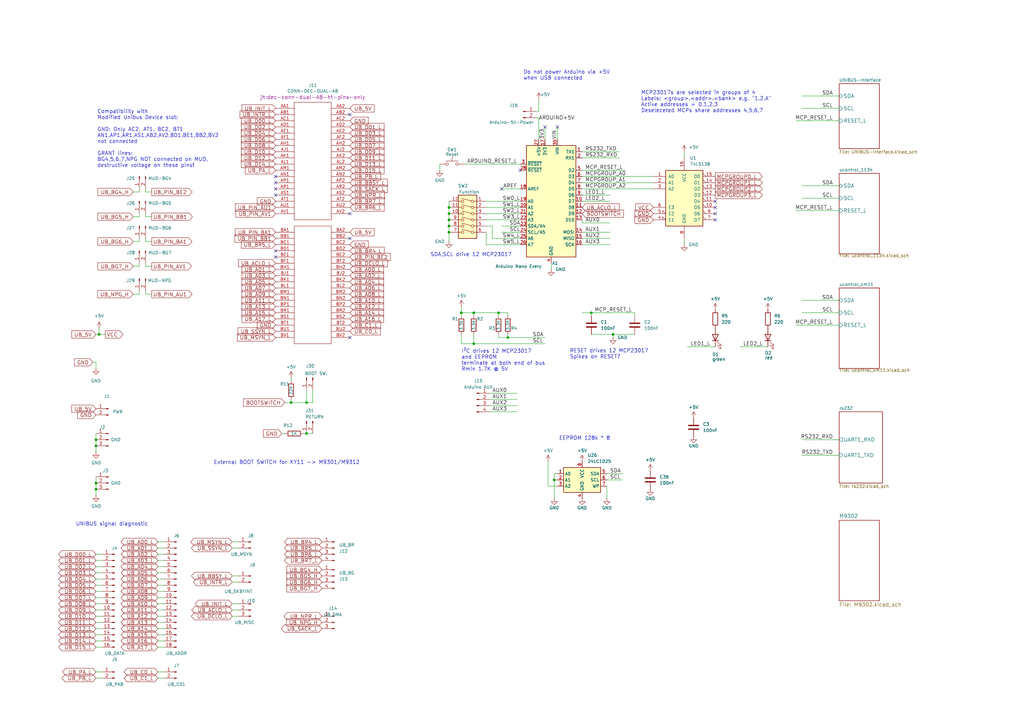
<source format=kicad_sch>
(kicad_sch (version 20231120) (generator "eeschema") (generator_version "8.0")
  (paper "A3")
  (title_block (date "2024-07-18"))
  (lib_symbols
    (symbol "74xx:74LS138" (pin_names (offset 1.016))
      (property "Reference" "U" (at -7.62 11.43 0))
      (property "Value" "74LS138" (at -7.62 -13.97 0))
      (symbol "74LS138_1_0"
        (pin input line (at -12.7 7.62 0) (length 5.08) (name "A0") (number "1"))
        (pin output output_low (at 12.7 -5.08 180) (length 5.08) (name "O5") (number "10"))
        (pin output output_low (at 12.7 -2.54 180) (length 5.08) (name "O4") (number "11"))
        (pin output output_low (at 12.7 0 180) (length 5.08) (name "O3") (number "12"))
        (pin output output_low (at 12.7 2.54 180) (length 5.08) (name "O2") (number "13"))
        (pin output output_low (at 12.7 5.08 180) (length 5.08) (name "O1") (number "14"))
        (pin output output_low (at 12.7 7.62 180) (length 5.08) (name "O0") (number "15"))
        (pin power_in line (at 0 15.24 270) (length 5.08) (name "VCC") (number "16"))
        (pin input line (at -12.7 5.08 0) (length 5.08) (name "A1") (number "2"))
        (pin input line (at -12.7 2.54 0) (length 5.08) (name "A2") (number "3"))
        (pin input input_low (at -12.7 -10.16 0) (length 5.08) (name "E1") (number "4"))
        (pin input input_low (at -12.7 -7.62 0) (length 5.08) (name "E2") (number "5"))
        (pin input line (at -12.7 -5.08 0) (length 5.08) (name "E3") (number "6"))
        (pin output output_low (at 12.7 -10.16 180) (length 5.08) (name "O7") (number "7"))
        (pin power_in line (at 0 -17.78 90) (length 5.08) (name "GND") (number "8"))
        (pin output output_low (at 12.7 -7.62 180) (length 5.08) (name "O6") (number "9"))
      )
    )
    (symbol "Connector:Conn_01x02_Pin" (pin_names (offset 1.016) hide)
      (property "Reference" "J" (at 0 2.54 0))
      (property "Value" "Conn_01x02_Pin" (at 0 -5.08 0))
      (symbol "Conn_01x02_Pin_1_1"
        (pin passive line (at 5.08 0 180) (length 3.81) (name "Pin_1") (number "1"))
        (pin passive line (at 5.08 -2.54 180) (length 3.81) (name "Pin_2") (number "2"))
      )
    )
    (symbol "Connector:Conn_01x03_Pin" (pin_names (offset 1.016) hide)
      (property "Reference" "J" (at 0 5.08 0))
      (property "Value" "Conn_01x03_Pin" (at 0 -5.08 0))
      (symbol "Conn_01x03_Pin_1_1"
        (pin passive line (at 5.08 2.54 180) (length 3.81) (name "Pin_1") (number "1"))
        (pin passive line (at 5.08 0 180) (length 3.81) (name "Pin_2") (number "2"))
        (pin passive line (at 5.08 -2.54 180) (length 3.81) (name "Pin_3") (number "3"))
      )
    )
    (symbol "Connector:Conn_01x04_Pin" (pin_names (offset 1.016) hide)
      (property "Reference" "J" (at 0 5.08 0))
      (property "Value" "Conn_01x04_Pin" (at 0 -7.62 0))
      (symbol "Conn_01x04_Pin_1_1"
        (pin passive line (at 5.08 2.54 180) (length 3.81) (name "Pin_1") (number "1"))
        (pin passive line (at 5.08 0 180) (length 3.81) (name "Pin_2") (number "2"))
        (pin passive line (at 5.08 -2.54 180) (length 3.81) (name "Pin_3") (number "3"))
        (pin passive line (at 5.08 -5.08 180) (length 3.81) (name "Pin_4") (number "4"))
      )
    )
    (symbol "Connector:Conn_01x16_Pin" (pin_names (offset 1.016) hide)
      (property "Reference" "J" (at 0 20.32 0))
      (property "Value" "Conn_01x16_Pin" (at 0 -22.86 0))
      (symbol "Conn_01x16_Pin_1_1"
        (pin passive line (at 5.08 17.78 180) (length 3.81) (name "Pin_1") (number "1"))
        (pin passive line (at 5.08 -5.08 180) (length 3.81) (name "Pin_10") (number "10"))
        (pin passive line (at 5.08 -7.62 180) (length 3.81) (name "Pin_11") (number "11"))
        (pin passive line (at 5.08 -10.16 180) (length 3.81) (name "Pin_12") (number "12"))
        (pin passive line (at 5.08 -12.7 180) (length 3.81) (name "Pin_13") (number "13"))
        (pin passive line (at 5.08 -15.24 180) (length 3.81) (name "Pin_14") (number "14"))
        (pin passive line (at 5.08 -17.78 180) (length 3.81) (name "Pin_15") (number "15"))
        (pin passive line (at 5.08 -20.32 180) (length 3.81) (name "Pin_16") (number "16"))
        (pin passive line (at 5.08 15.24 180) (length 3.81) (name "Pin_2") (number "2"))
        (pin passive line (at 5.08 12.7 180) (length 3.81) (name "Pin_3") (number "3"))
        (pin passive line (at 5.08 10.16 180) (length 3.81) (name "Pin_4") (number "4"))
        (pin passive line (at 5.08 7.62 180) (length 3.81) (name "Pin_5") (number "5"))
        (pin passive line (at 5.08 5.08 180) (length 3.81) (name "Pin_6") (number "6"))
        (pin passive line (at 5.08 2.54 180) (length 3.81) (name "Pin_7") (number "7"))
        (pin passive line (at 5.08 0 180) (length 3.81) (name "Pin_8") (number "8"))
        (pin passive line (at 5.08 -2.54 180) (length 3.81) (name "Pin_9") (number "9"))
      )
    )
    (symbol "Connector:Conn_01x18_Pin" (pin_names (offset 1.016) hide)
      (property "Reference" "J" (at 0 22.86 0))
      (property "Value" "Conn_01x18_Pin" (at 0 -25.4 0))
      (symbol "Conn_01x18_Pin_1_1"
        (pin passive line (at 5.08 20.32 180) (length 3.81) (name "Pin_1") (number "1"))
        (pin passive line (at 5.08 -2.54 180) (length 3.81) (name "Pin_10") (number "10"))
        (pin passive line (at 5.08 -5.08 180) (length 3.81) (name "Pin_11") (number "11"))
        (pin passive line (at 5.08 -7.62 180) (length 3.81) (name "Pin_12") (number "12"))
        (pin passive line (at 5.08 -10.16 180) (length 3.81) (name "Pin_13") (number "13"))
        (pin passive line (at 5.08 -12.7 180) (length 3.81) (name "Pin_14") (number "14"))
        (pin passive line (at 5.08 -15.24 180) (length 3.81) (name "Pin_15") (number "15"))
        (pin passive line (at 5.08 -17.78 180) (length 3.81) (name "Pin_16") (number "16"))
        (pin passive line (at 5.08 -20.32 180) (length 3.81) (name "Pin_17") (number "17"))
        (pin passive line (at 5.08 -22.86 180) (length 3.81) (name "Pin_18") (number "18"))
        (pin passive line (at 5.08 17.78 180) (length 3.81) (name "Pin_2") (number "2"))
        (pin passive line (at 5.08 15.24 180) (length 3.81) (name "Pin_3") (number "3"))
        (pin passive line (at 5.08 12.7 180) (length 3.81) (name "Pin_4") (number "4"))
        (pin passive line (at 5.08 10.16 180) (length 3.81) (name "Pin_5") (number "5"))
        (pin passive line (at 5.08 7.62 180) (length 3.81) (name "Pin_6") (number "6"))
        (pin passive line (at 5.08 5.08 180) (length 3.81) (name "Pin_7") (number "7"))
        (pin passive line (at 5.08 2.54 180) (length 3.81) (name "Pin_8") (number "8"))
        (pin passive line (at 5.08 0 180) (length 3.81) (name "Pin_9") (number "9"))
      )
    )
    (symbol "Device:C" (pin_numbers hide) (pin_names (offset 0.254))
      (property "Reference" "C" (at 0.635 2.54 0))
      (property "Value" "C" (at 0.635 -2.54 0))
      (symbol "C_1_1"
        (pin passive line (at 0 3.81 270) (length 2.794) (name "~") (number "1"))
        (pin passive line (at 0 -3.81 90) (length 2.794) (name "~") (number "2"))
      )
    )
    (symbol "Device:LED" (pin_numbers hide) (pin_names (offset 1.016) hide)
      (property "Reference" "D" (at 0 2.54 0))
      (property "Value" "LED" (at 0 -2.54 0))
      (symbol "LED_1_1"
        (pin passive line (at -3.81 0 0) (length 2.54) (name "K") (number "1"))
        (pin passive line (at 3.81 0 180) (length 2.54) (name "A") (number "2"))
      )
    )
    (symbol "Device:R" (pin_numbers hide) (pin_names (offset 0))
      (property "Reference" "R" (at 2.032 0 90))
      (property "Value" "R" (at 0 0 90))
      (symbol "R_1_1"
        (pin passive line (at 0 3.81 270) (length 1.27) (name "~") (number "1"))
        (pin passive line (at 0 -3.81 90) (length 1.27) (name "~") (number "2"))
      )
    )
    (symbol "MCU_Module:Arduino_Nano_Every"
      (property "Reference" "A" (at -10.16 23.495 0))
      (property "Value" "Arduino_Nano_Every" (at 5.08 -24.13 0))
      (symbol "Arduino_Nano_Every_1_1"
        (pin bidirectional line (at -12.7 20.32 0) (length 2.54) (name "TX1") (number "1"))
        (pin bidirectional line (at -12.7 0 0) (length 2.54) (name "D7") (number "10"))
        (pin bidirectional line (at -12.7 -2.54 0) (length 2.54) (name "D8") (number "11"))
        (pin bidirectional line (at -12.7 -5.08 0) (length 2.54) (name "D9") (number "12"))
        (pin bidirectional line (at -12.7 -7.62 0) (length 2.54) (name "D10") (number "13"))
        (pin bidirectional line (at -12.7 -12.7 0) (length 2.54) (name "MOSI") (number "14"))
        (pin bidirectional line (at -12.7 -15.24 0) (length 2.54) (name "MISO") (number "15"))
        (pin bidirectional line (at -12.7 -17.78 0) (length 2.54) (name "SCK") (number "16"))
        (pin power_out line (at 2.54 25.4 270) (length 2.54) (name "3V3") (number "17"))
        (pin input line (at 12.7 5.08 180) (length 2.54) (name "AREF") (number "18"))
        (pin bidirectional line (at 12.7 0 180) (length 2.54) (name "A0") (number "19"))
        (pin bidirectional line (at -12.7 17.78 0) (length 2.54) (name "RX1") (number "2"))
        (pin bidirectional line (at 12.7 -2.54 180) (length 2.54) (name "A1") (number "20"))
        (pin bidirectional line (at 12.7 -5.08 180) (length 2.54) (name "A2") (number "21"))
        (pin bidirectional line (at 12.7 -7.62 180) (length 2.54) (name "A3") (number "22"))
        (pin bidirectional line (at 12.7 -10.16 180) (length 2.54) (name "SDA/A4") (number "23"))
        (pin bidirectional line (at 12.7 -12.7 180) (length 2.54) (name "SCL/A5") (number "24"))
        (pin bidirectional line (at 12.7 -15.24 180) (length 2.54) (name "A6") (number "25"))
        (pin bidirectional line (at 12.7 -17.78 180) (length 2.54) (name "A7") (number "26"))
        (pin power_out line (at 5.08 25.4 270) (length 2.54) (name "+5V") (number "27"))
        (pin input line (at 12.7 12.7 180) (length 2.54) (name "~{RESET}") (number "28"))
        (pin passive line (at 0 -25.4 90) (length 2.54) hide (name "GND") (number "29"))
        (pin input line (at 12.7 15.24 180) (length 2.54) (name "~{RESET}") (number "3"))
        (pin power_in line (at -2.54 25.4 270) (length 2.54) (name "VIN") (number "30"))
        (pin power_in line (at 0 -25.4 90) (length 2.54) (name "GND") (number "4"))
        (pin bidirectional line (at -12.7 12.7 0) (length 2.54) (name "D2") (number "5"))
        (pin bidirectional line (at -12.7 10.16 0) (length 2.54) (name "D3") (number "6"))
        (pin bidirectional line (at -12.7 7.62 0) (length 2.54) (name "D4") (number "7"))
        (pin bidirectional line (at -12.7 5.08 0) (length 2.54) (name "D5") (number "8"))
        (pin bidirectional line (at -12.7 2.54 0) (length 2.54) (name "D6") (number "9"))
      )
    )
    (symbol "Memory_EEPROM:24LC1025"
      (property "Reference" "U" (at -6.35 6.35 0))
      (property "Value" "24LC1025" (at 1.27 6.35 0))
      (symbol "24LC1025_1_1"
        (pin input line (at -10.16 2.54 0) (length 2.54) (name "A0") (number "1"))
        (pin input line (at -10.16 0 0) (length 2.54) (name "A1") (number "2"))
        (pin input line (at -10.16 -2.54 0) (length 2.54) (name "A2") (number "3"))
        (pin power_in line (at 0 -7.62 90) (length 2.54) (name "GND") (number "4"))
        (pin bidirectional line (at 10.16 2.54 180) (length 2.54) (name "SDA") (number "5"))
        (pin input line (at 10.16 0 180) (length 2.54) (name "SCL") (number "6"))
        (pin input line (at 10.16 -2.54 180) (length 2.54) (name "WP") (number "7"))
        (pin power_in line (at 0 7.62 270) (length 2.54) (name "VCC") (number "8"))
      )
    )
    (symbol "Switch:SW_DIP_x06" (pin_names (offset 0) hide)
      (property "Reference" "SW" (at 0 11.43 0))
      (property "Value" "SW_DIP_x06" (at 0 -8.89 0))
      (symbol "SW_DIP_x06_1_1"
        (pin passive line (at -7.62 7.62 0) (length 5.08) (name "~") (number "1"))
        (pin passive line (at 7.62 2.54 180) (length 5.08) (name "~") (number "10"))
        (pin passive line (at 7.62 5.08 180) (length 5.08) (name "~") (number "11"))
        (pin passive line (at 7.62 7.62 180) (length 5.08) (name "~") (number "12"))
        (pin passive line (at -7.62 5.08 0) (length 5.08) (name "~") (number "2"))
        (pin passive line (at -7.62 2.54 0) (length 5.08) (name "~") (number "3"))
        (pin passive line (at -7.62 0 0) (length 5.08) (name "~") (number "4"))
        (pin passive line (at -7.62 -2.54 0) (length 5.08) (name "~") (number "5"))
        (pin passive line (at -7.62 -5.08 0) (length 5.08) (name "~") (number "6"))
        (pin passive line (at 7.62 -5.08 180) (length 5.08) (name "~") (number "7"))
        (pin passive line (at 7.62 -2.54 180) (length 5.08) (name "~") (number "8"))
        (pin passive line (at 7.62 0 180) (length 5.08) (name "~") (number "9"))
      )
    )
    (symbol "Switch:SW_Push" (pin_numbers hide) (pin_names (offset 1.016) hide)
      (property "Reference" "SW" (at 1.27 2.54 0))
      (property "Value" "SW_Push" (at 0 -1.524 0))
      (symbol "SW_Push_0_1"
        (pin passive line (at -5.08 0 0) (length 2.54) (name "1") (number "1"))
        (pin passive line (at 5.08 0 180) (length 2.54) (name "2") (number "2"))
      )
    )
    (symbol "jh:CONN-DEC-DUAL-AB" (pin_names (offset 1.016) hide)
      (property "Reference" "J" (at 0 26.67 0))
      (property "Value" "CONN-DEC-DUAL-AB" (at 0 24.13 0))
      (symbol "CONN-DEC-DUAL-AB_1_1"
        (pin passive line (at -15.24 20.32 0) (length 7.62) (name "~") (number "AA1"))
        (pin passive line (at 15.24 20.32 180) (length 7.62) (name "~") (number "AA2"))
        (pin passive line (at -15.24 17.78 0) (length 7.62) (name "~") (number "AB1"))
        (pin passive line (at 15.24 17.78 180) (length 7.62) (name "~") (number "AB2"))
        (pin passive line (at -15.24 15.24 0) (length 7.62) (name "~") (number "AC1"))
        (pin passive line (at 15.24 15.24 180) (length 7.62) (name "~") (number "AC2"))
        (pin passive line (at -15.24 12.7 0) (length 7.62) (name "~") (number "AD1"))
        (pin passive line (at 15.24 12.7 180) (length 7.62) (name "~") (number "AD2"))
        (pin passive line (at -15.24 10.16 0) (length 7.62) (name "~") (number "AE1"))
        (pin passive line (at 15.24 10.16 180) (length 7.62) (name "~") (number "AE2"))
        (pin passive line (at -15.24 7.62 0) (length 7.62) (name "~") (number "AF1"))
        (pin passive line (at 15.24 7.62 180) (length 7.62) (name "~") (number "AF2"))
        (pin passive line (at -15.24 5.08 0) (length 7.62) (name "~") (number "AH1"))
        (pin passive line (at 15.24 5.08 180) (length 7.62) (name "~") (number "AH2"))
        (pin passive line (at -15.24 2.54 0) (length 7.62) (name "~") (number "AJ1"))
        (pin input line (at 15.24 2.54 180) (length 7.62) (name "~") (number "AJ2"))
        (pin passive line (at -15.24 0 0) (length 7.62) (name "~") (number "AK1"))
        (pin passive line (at 15.24 0 180) (length 7.62) (name "~") (number "AK2"))
        (pin passive line (at -15.24 -2.54 0) (length 7.62) (name "~") (number "AL1"))
        (pin passive line (at 15.24 -2.54 180) (length 7.62) (name "~") (number "AL2"))
        (pin passive line (at -15.24 -5.08 0) (length 7.62) (name "~") (number "AM1"))
        (pin passive line (at 15.24 -5.08 180) (length 7.62) (name "~") (number "AM2"))
        (pin passive line (at -15.24 -7.62 0) (length 7.62) (name "~") (number "AN1"))
        (pin passive line (at 15.24 -7.62 180) (length 7.62) (name "~") (number "AN2"))
        (pin passive line (at -15.24 -10.16 0) (length 7.62) (name "~") (number "AP1"))
        (pin passive line (at 15.24 -10.16 180) (length 7.62) (name "~") (number "AP2"))
        (pin passive line (at -15.24 -12.7 0) (length 7.62) (name "~") (number "AR1"))
        (pin passive line (at 15.24 -12.7 180) (length 7.62) (name "~") (number "AR2"))
        (pin passive line (at -15.24 -15.24 0) (length 7.62) (name "~") (number "AS1"))
        (pin passive line (at 15.24 -15.24 180) (length 7.62) (name "~") (number "AS2"))
        (pin passive line (at -15.24 -17.78 0) (length 7.62) (name "~") (number "AT1"))
        (pin passive line (at 15.24 -17.78 180) (length 7.62) (name "~") (number "AT2"))
        (pin passive line (at -15.24 -20.32 0) (length 7.62) (name "~") (number "AU1"))
        (pin passive line (at 15.24 -20.32 180) (length 7.62) (name "~") (number "AU2"))
        (pin passive line (at -15.24 -22.86 0) (length 7.62) (name "~") (number "AV1"))
        (pin passive line (at 15.24 -22.86 180) (length 7.62) (name "~") (number "AV2"))
        (pin passive line (at -15.24 -30.48 0) (length 7.62) (name "~") (number "BA1"))
        (pin passive line (at 15.24 -30.48 180) (length 7.62) (name "~") (number "BA2"))
        (pin passive line (at -15.24 -33.02 0) (length 7.62) (name "~") (number "BB1"))
        (pin passive line (at 15.24 -33.02 180) (length 7.62) (name "~") (number "BB2"))
        (pin passive line (at -15.24 -35.56 0) (length 7.62) (name "~") (number "BC1"))
        (pin passive line (at 15.24 -35.56 180) (length 7.62) (name "~") (number "BC2"))
        (pin passive line (at -15.24 -38.1 0) (length 7.62) (name "~") (number "BD1"))
        (pin passive line (at 15.24 -38.1 180) (length 7.62) (name "~") (number "BD2"))
        (pin passive line (at -15.24 -40.64 0) (length 7.62) (name "~") (number "BE1"))
        (pin passive line (at 15.24 -40.64 180) (length 7.62) (name "~") (number "BE2"))
        (pin passive line (at -15.24 -43.18 0) (length 7.62) (name "~") (number "BF1"))
        (pin passive line (at 15.24 -43.18 180) (length 7.62) (name "~") (number "BF2"))
        (pin passive line (at -15.24 -45.72 0) (length 7.62) (name "~") (number "BH1"))
        (pin passive line (at 15.24 -45.72 180) (length 7.62) (name "~") (number "BH2"))
        (pin passive line (at -15.24 -48.26 0) (length 7.62) (name "~") (number "BJ1"))
        (pin passive line (at 15.24 -48.26 180) (length 7.62) (name "~") (number "BJ2"))
        (pin passive line (at -15.24 -50.8 0) (length 7.62) (name "~") (number "BK1"))
        (pin passive line (at 15.24 -50.8 180) (length 7.62) (name "~") (number "BK2"))
        (pin passive line (at -15.24 -53.34 0) (length 7.62) (name "~") (number "BL1"))
        (pin passive line (at 15.24 -53.34 180) (length 7.62) (name "~") (number "BL2"))
        (pin passive line (at -15.24 -55.88 0) (length 7.62) (name "~") (number "BM1"))
        (pin passive line (at 15.24 -55.88 180) (length 7.62) (name "~") (number "BM2"))
        (pin passive line (at -15.24 -58.42 0) (length 7.62) (name "~") (number "BN1"))
        (pin passive line (at 15.24 -58.42 180) (length 7.62) (name "~") (number "BN2"))
        (pin passive line (at -15.24 -60.96 0) (length 7.62) (name "~") (number "BP1"))
        (pin passive line (at 15.24 -60.96 180) (length 7.62) (name "~") (number "BP2"))
        (pin passive line (at -15.24 -63.5 0) (length 7.62) (name "~") (number "BR1"))
        (pin passive line (at 15.24 -63.5 180) (length 7.62) (name "~") (number "BR2"))
        (pin passive line (at -15.24 -66.04 0) (length 7.62) (name "~") (number "BS1"))
        (pin passive line (at 15.24 -66.04 180) (length 7.62) (name "~") (number "BS2"))
        (pin passive line (at -15.24 -68.58 0) (length 7.62) (name "~") (number "BT1"))
        (pin passive line (at 15.24 -68.58 180) (length 7.62) (name "~") (number "BT2"))
        (pin passive line (at -15.24 -71.12 0) (length 7.62) (name "~") (number "BU1"))
        (pin passive line (at 15.24 -71.12 180) (length 7.62) (name "~") (number "BU2"))
        (pin passive line (at -15.24 -73.66 0) (length 7.62) (name "~") (number "BV1"))
        (pin open_collector line (at 15.24 -73.66 180) (length 7.62) (name "~") (number "BV2"))
      )
    )
    (symbol "power:+5V" (power) (pin_numbers hide) (pin_names (offset 0) hide)
      (property "Value" "+5V" (at 0 3.556 0))
      (symbol "+5V_1_1"
        (pin power_in line (at 0 0 90) (length 0) (name "~") (number "1"))
      )
    )
    (symbol "power:GND" (power) (pin_numbers hide) (pin_names (offset 0) hide)
      (property "Value" "GND" (at 0 -3.81 0))
      (symbol "GND_1_1"
        (pin power_in line (at 0 0 270) (length 0) (name "~") (number "1"))
      )
    )
  )
  (junction (at 39.37 182.88))
  (junction (at 39.37 198.12))
  (junction (at 251.46 137.16))
  (junction (at 184.15 95.25))
  (junction (at 242.57 128.27))
  (junction (at 119.38 165.1))
  (junction (at 184.15 90.17))
  (junction (at 204.47 128.27))
  (junction (at 39.37 180.34))
  (junction (at 125.73 177.8))
  (junction (at 189.23 128.27))
  (junction (at 184.15 85.09))
  (junction (at 184.15 92.71))
  (junction (at 194.31 128.27))
  (junction (at 227.33 196.85))
  (junction (at 194.31 140.97))
  (junction (at 208.28 138.43))
  (junction (at 39.37 200.66))
  (junction (at 184.15 87.63))
  (junction (at 125.73 165.1))
  (junction (at 40.64 137.16))
  (no_connect (at 293.37 90.17))
  (no_connect (at 113.03 74.93))
  (no_connect (at 223.52 52.07))
  (no_connect (at 113.03 80.01))
  (no_connect (at 143.51 138.43))
  (no_connect (at 143.51 87.63))
  (no_connect (at 113.03 105.41))
  (no_connect (at 293.37 85.09))
  (no_connect (at 205.74 77.47))
  (no_connect (at 113.03 77.47))
  (no_connect (at 213.36 69.85))
  (no_connect (at 113.03 72.39))
  (no_connect (at 228.6 52.07))
  (no_connect (at 293.37 82.55))
  (no_connect (at 293.37 87.63))
  (no_connect (at 113.03 102.87))
  (no_connect (at 143.51 46.99))
  (no_connect (at 143.51 97.79))
  (wire (pts (xy 64.77 245.11) (xy 67.31 245.11)))
  (wire (pts (xy 64.77 237.49) (xy 67.31 237.49)))
  (wire (pts (xy 238.76 95.25) (xy 250.19 95.25)))
  (wire (pts (xy 205.74 95.25) (xy 213.36 95.25)))
  (wire (pts (xy 238.76 100.33) (xy 250.19 100.33)))
  (wire (pts (xy 54.61 120.65) (xy 57.15 120.65)))
  (wire (pts (xy 116.84 165.1) (xy 119.38 165.1)))
  (wire (pts (xy 39.37 257.81) (xy 41.91 257.81)))
  (wire (pts (xy 64.77 255.27) (xy 67.31 255.27)))
  (wire (pts (xy 200.66 161.29) (xy 212.09 161.29)))
  (wire (pts (xy 64.77 278.13) (xy 67.31 278.13)))
  (wire (pts (xy 64.77 247.65) (xy 67.31 247.65)))
  (wire (pts (xy 64.77 260.35) (xy 67.31 260.35)))
  (wire (pts (xy 184.15 87.63) (xy 184.15 90.17)))
  (wire (pts (xy 227.33 194.31) (xy 227.33 196.85)))
  (wire (pts (xy 220.98 45.72) (xy 220.98 40.64)))
  (wire (pts (xy 64.77 234.95) (xy 67.31 234.95)))
  (wire (pts (xy 199.39 100.33) (xy 213.36 100.33)))
  (wire (pts (xy 200.66 166.37) (xy 212.09 166.37)))
  (wire (pts (xy 219.71 45.72) (xy 220.98 45.72)))
  (wire (pts (xy 201.93 92.71) (xy 201.93 97.79)))
  (wire (pts (xy 238.76 77.47) (xy 267.97 77.47)))
  (wire (pts (xy 59.69 120.65) (xy 62.23 120.65)))
  (wire (pts (xy 248.92 199.39) (xy 248.92 204.47)))
  (wire (pts (xy 344.17 186.69) (xy 328.93 186.69)))
  (wire (pts (xy 238.76 62.23) (xy 254 62.23)))
  (wire (pts (xy 204.47 128.27) (xy 208.28 128.27)))
  (wire (pts (xy 184.15 92.71) (xy 184.15 95.25)))
  (wire (pts (xy 328.93 44.45) (xy 344.17 44.45)))
  (wire (pts (xy 256.54 69.85) (xy 238.76 69.85)))
  (wire (pts (xy 213.36 82.55) (xy 199.39 82.55)))
  (wire (pts (xy 125.73 165.1) (xy 128.27 165.1)))
  (wire (pts (xy 242.57 128.27) (xy 242.57 129.54)))
  (wire (pts (xy 328.93 123.19) (xy 344.17 123.19)))
  (wire (pts (xy 39.37 240.03) (xy 41.91 240.03)))
  (wire (pts (xy 39.37 252.73) (xy 41.91 252.73)))
  (wire (pts (xy 238.76 91.44) (xy 250.19 91.44)))
  (wire (pts (xy 238.76 128.27) (xy 242.57 128.27)))
  (wire (pts (xy 39.37 260.35) (xy 41.91 260.35)))
  (wire (pts (xy 328.93 76.2) (xy 344.17 76.2)))
  (wire (pts (xy 189.23 137.16) (xy 189.23 140.97)))
  (wire (pts (xy 213.36 90.17) (xy 199.39 90.17)))
  (wire (pts (xy 238.76 91.44) (xy 238.76 90.17)))
  (wire (pts (xy 228.6 52.07) (xy 228.6 57.15)))
  (wire (pts (xy 194.31 128.27) (xy 204.47 128.27)))
  (wire (pts (xy 64.77 265.43) (xy 67.31 265.43)))
  (wire (pts (xy 208.28 128.27) (xy 208.28 129.54)))
  (wire (pts (xy 39.37 234.95) (xy 41.91 234.95)))
  (wire (pts (xy 190.5 67.31) (xy 213.36 67.31)))
  (wire (pts (xy 39.37 232.41) (xy 41.91 232.41)))
  (wire (pts (xy 184.15 82.55) (xy 184.15 85.09)))
  (wire (pts (xy 119.38 165.1) (xy 125.73 165.1)))
  (wire (pts (xy 328.93 128.27) (xy 344.17 128.27)))
  (wire (pts (xy 54.61 109.22) (xy 57.15 109.22)))
  (wire (pts (xy 59.69 88.9) (xy 62.23 88.9)))
  (wire (pts (xy 220.98 48.26) (xy 220.98 57.15)))
  (wire (pts (xy 64.77 227.33) (xy 67.31 227.33)))
  (wire (pts (xy 64.77 222.25) (xy 67.31 222.25)))
  (wire (pts (xy 64.77 275.59) (xy 67.31 275.59)))
  (wire (pts (xy 189.23 129.54) (xy 189.23 128.27)))
  (wire (pts (xy 64.77 232.41) (xy 67.31 232.41)))
  (wire (pts (xy 238.76 72.39) (xy 267.97 72.39)))
  (wire (pts (xy 208.28 138.43) (xy 223.52 138.43)))
  (wire (pts (xy 64.77 257.81) (xy 67.31 257.81)))
  (wire (pts (xy 200.66 168.91) (xy 212.09 168.91)))
  (wire (pts (xy 119.38 154.94) (xy 119.38 156.21)))
  (wire (pts (xy 184.15 90.17) (xy 184.15 92.71)))
  (wire (pts (xy 59.69 119.38) (xy 59.69 120.65)))
  (wire (pts (xy 40.64 137.16) (xy 43.18 137.16)))
  (wire (pts (xy 54.61 88.9) (xy 57.15 88.9)))
  (wire (pts (xy 228.6 194.31) (xy 227.33 194.31)))
  (wire (pts (xy 219.71 48.26) (xy 220.98 48.26)))
  (wire (pts (xy 184.15 85.09) (xy 184.15 87.63)))
  (wire (pts (xy 59.69 107.95) (xy 59.69 109.22)))
  (wire (pts (xy 57.15 88.9) (xy 57.15 87.63)))
  (wire (pts (xy 226.06 107.95) (xy 226.06 110.49)))
  (wire (pts (xy 39.37 177.8) (xy 39.37 180.34)))
  (wire (pts (xy 223.52 52.07) (xy 223.52 57.15)))
  (wire (pts (xy 40.64 137.16) (xy 40.64 134.62)))
  (wire (pts (xy 213.36 85.09) (xy 199.39 85.09)))
  (wire (pts (xy 39.37 237.49) (xy 41.91 237.49)))
  (wire (pts (xy 95.25 247.65) (xy 97.79 247.65)))
  (wire (pts (xy 238.76 97.79) (xy 250.19 97.79)))
  (wire (pts (xy 199.39 92.71) (xy 201.93 92.71)))
  (wire (pts (xy 64.77 224.79) (xy 67.31 224.79)))
  (wire (pts (xy 59.69 99.06) (xy 62.23 99.06)))
  (wire (pts (xy 39.37 242.57) (xy 41.91 242.57)))
  (wire (pts (xy 251.46 138.43) (xy 251.46 137.16)))
  (wire (pts (xy 260.35 128.27) (xy 260.35 129.54)))
  (wire (pts (xy 204.47 128.27) (xy 204.47 129.54)))
  (wire (pts (xy 328.93 39.37) (xy 344.17 39.37)))
  (wire (pts (xy 64.77 240.03) (xy 67.31 240.03)))
  (wire (pts (xy 39.37 182.88) (xy 39.37 185.42)))
  (wire (pts (xy 242.57 137.16) (xy 251.46 137.16)))
  (wire (pts (xy 228.6 199.39) (xy 224.79 199.39)))
  (wire (pts (xy 39.37 148.59) (xy 39.37 151.13)))
  (wire (pts (xy 326.39 49.53) (xy 344.17 49.53)))
  (wire (pts (xy 95.25 224.79) (xy 97.79 224.79)))
  (wire (pts (xy 204.47 138.43) (xy 208.28 138.43)))
  (wire (pts (xy 251.46 137.16) (xy 260.35 137.16)))
  (wire (pts (xy 189.23 128.27) (xy 194.31 128.27)))
  (wire (pts (xy 59.69 97.79) (xy 59.69 99.06)))
  (wire (pts (xy 39.37 265.43) (xy 41.91 265.43)))
  (wire (pts (xy 201.93 97.79) (xy 213.36 97.79)))
  (wire (pts (xy 39.37 195.58) (xy 39.37 198.12)))
  (wire (pts (xy 227.33 196.85) (xy 228.6 196.85)))
  (wire (pts (xy 59.69 77.47) (xy 59.69 78.74)))
  (wire (pts (xy 180.34 67.31) (xy 180.34 69.85)))
  (wire (pts (xy 184.15 99.06) (xy 184.15 95.25)))
  (wire (pts (xy 39.37 247.65) (xy 41.91 247.65)))
  (wire (pts (xy 194.31 128.27) (xy 194.31 129.54)))
  (wire (pts (xy 128.27 160.02) (xy 128.27 165.1)))
  (wire (pts (xy 125.73 177.8) (xy 128.27 177.8)))
  (wire (pts (xy 39.37 255.27) (xy 41.91 255.27)))
  (wire (pts (xy 95.25 238.76) (xy 97.79 238.76)))
  (wire (pts (xy 39.37 200.66) (xy 39.37 203.2)))
  (wire (pts (xy 248.92 194.31) (xy 255.27 194.31)))
  (wire (pts (xy 194.31 137.16) (xy 194.31 140.97)))
  (wire (pts (xy 39.37 262.89) (xy 41.91 262.89)))
  (wire (pts (xy 95.25 236.22) (xy 97.79 236.22)))
  (wire (pts (xy 64.77 242.57) (xy 67.31 242.57)))
  (wire (pts (xy 281.94 142.24) (xy 293.37 142.24)))
  (wire (pts (xy 39.37 229.87) (xy 41.91 229.87)))
  (wire (pts (xy 344.17 180.34) (xy 328.93 180.34)))
  (wire (pts (xy 227.33 196.85) (xy 227.33 204.47)))
  (wire (pts (xy 38.1 148.59) (xy 39.37 148.59)))
  (wire (pts (xy 280.67 62.23) (xy 280.67 64.77)))
  (wire (pts (xy 57.15 120.65) (xy 57.15 119.38)))
  (wire (pts (xy 119.38 163.83) (xy 119.38 165.1)))
  (wire (pts (xy 303.53 142.24) (xy 314.96 142.24)))
  (wire (pts (xy 326.39 86.36) (xy 344.17 86.36)))
  (wire (pts (xy 238.76 80.01) (xy 250.19 80.01)))
  (wire (pts (xy 224.79 189.23) (xy 224.79 199.39)))
  (wire (pts (xy 64.77 250.19) (xy 67.31 250.19)))
  (wire (pts (xy 242.57 128.27) (xy 260.35 128.27)))
  (wire (pts (xy 326.39 133.35) (xy 344.17 133.35)))
  (wire (pts (xy 205.74 77.47) (xy 213.36 77.47)))
  (wire (pts (xy 64.77 229.87) (xy 67.31 229.87)))
  (wire (pts (xy 328.93 81.28) (xy 344.17 81.28)))
  (wire (pts (xy 208.28 137.16) (xy 208.28 138.43)))
  (wire (pts (xy 39.37 278.13) (xy 41.91 278.13)))
  (wire (pts (xy 39.37 245.11) (xy 41.91 245.11)))
  (wire (pts (xy 39.37 137.16) (xy 40.64 137.16)))
  (wire (pts (xy 39.37 227.33) (xy 41.91 227.33)))
  (wire (pts (xy 213.36 87.63) (xy 199.39 87.63)))
  (wire (pts (xy 39.37 198.12) (xy 39.37 200.66)))
  (wire (pts (xy 189.23 125.73) (xy 189.23 128.27)))
  (wire (pts (xy 95.25 250.19) (xy 97.79 250.19)))
  (wire (pts (xy 59.69 109.22) (xy 62.23 109.22)))
  (wire (pts (xy 39.37 180.34) (xy 39.37 182.88)))
  (wire (pts (xy 64.77 252.73) (xy 67.31 252.73)))
  (wire (pts (xy 213.36 92.71) (xy 205.74 92.71)))
  (wire (pts (xy 124.46 177.8) (xy 125.73 177.8)))
  (wire (pts (xy 200.66 163.83) (xy 212.09 163.83)))
  (wire (pts (xy 238.76 74.93) (xy 267.97 74.93)))
  (wire (pts (xy 280.67 97.79) (xy 280.67 100.33)))
  (wire (pts (xy 95.25 222.25) (xy 97.79 222.25)))
  (wire (pts (xy 199.39 95.25) (xy 199.39 100.33)))
  (wire (pts (xy 57.15 109.22) (xy 57.15 107.95)))
  (wire (pts (xy 115.57 177.8) (xy 116.84 177.8)))
  (wire (pts (xy 64.77 262.89) (xy 67.31 262.89)))
  (wire (pts (xy 248.92 196.85) (xy 255.27 196.85)))
  (wire (pts (xy 54.61 78.74) (xy 57.15 78.74)))
  (wire (pts (xy 54.61 99.06) (xy 57.15 99.06)))
  (wire (pts (xy 39.37 275.59) (xy 41.91 275.59)))
  (wire (pts (xy 95.25 252.73) (xy 97.79 252.73)))
  (wire (pts (xy 204.47 137.16) (xy 204.47 138.43)))
  (wire (pts (xy 238.76 64.77) (xy 254 64.77)))
  (wire (pts (xy 194.31 140.97) (xy 189.23 140.97)))
  (wire (pts (xy 238.76 82.55) (xy 250.19 82.55)))
  (wire (pts (xy 194.31 140.97) (xy 223.52 140.97)))
  (wire (pts (xy 59.69 87.63) (xy 59.69 88.9)))
  (wire (pts (xy 39.37 250.19) (xy 41.91 250.19)))
  (wire (pts (xy 57.15 78.74) (xy 57.15 77.47)))
  (wire (pts (xy 125.73 160.02) (xy 125.73 165.1)))
  (wire (pts (xy 59.69 78.74) (xy 62.23 78.74)))
  (wire (pts (xy 57.15 99.06) (xy 57.15 97.79)))
  (text "Do not power Arduino via +5V\nwhen USB connected" (at 214.63 33.02 0) (effects (font (size 1.524 1.524)) (justify left bottom)))
  (text "Compatibility with\nModified Unibus Device slot:\n\nGND: Only AC2, AT1, BC2, BT1\nAN1,AP1,AR1,AS1,AB2,AV2,BD1,BE1,BB2,BV2\nnot connected\n\nGRANT lines:\nBG4,5,6,7,NPG NOT connected on MUD,\ndestructive voltage on these pins!" (at 39.878 56.896 0) (effects (font (size 1.524 1.524)) (justify left)))
  (text "External BOOT SWITCH for KY11 -> M9301/M9312" (at 117.602 189.738 0) (effects (font (size 1.524 1.524))))
  (text "MCP23017s are selected in groups of 4\nLabels: <group>.<addr>.<bank> e.g. \"1.2.A\"\nActive addresses = 0,1,2,3\nDeseleceted MCPs share addresses 4,5,6,7" (at 262.89 46.355 0) (effects (font (size 1.524 1.524)) (justify left bottom)))
  (text "UNIBUS signal diagnostic" (at 31.115 215.9 0) (effects (font (size 1.524 1.524)) (justify left bottom)))
  (text "I²C drives 12 MCP23017\nand EEPROM\nterminate at both end of bus\nRmin 1.7K @ 5V" (at 189.23 152.4 0) (effects (font (size 1.524 1.524)) (justify left bottom)))
  (text "RESET drives 12 MCP23017\nSpikes on RESET?" (at 233.68 147.32 0) (effects (font (size 1.524 1.524)) (justify left bottom)))
  (text "EEPROM 128k * 8" (at 239.776 179.832 0) (effects (font (size 1.524 1.524))))
  (text "SDA,SCL drive 12 MCP23017" (at 176.53 105.41 0) (effects (font (size 1.524 1.524)) (justify left bottom)))
  (label "MCPGROUP_A1" (at 240.03 74.93 0) (effects (font (size 1.524 1.524))))
  (label "VIN" (at 228.6 57.15 90) (effects (font (size 1.524 1.524))))
  (label "AUX0" (at 201.93 161.29 0) (effects (font (size 1.524 1.524))))
  (label "SDA" (at 341.63 39.37 180) (effects (font (size 1.524 1.524))))
  (label "3V3" (at 223.52 57.15 90) (effects (font (size 1.524 1.524))))
  (label "SDA" (at 341.63 123.19 180) (effects (font (size 1.524 1.524))))
  (label "SCL" (at 218.44 140.97 0) (effects (font (size 1.524 1.524))))
  (label "AUX3" (at 201.93 168.91 0) (effects (font (size 1.524 1.524))))
  (label "SCL" (at 213.36 95.25 180) (effects (font (size 1.524 1.524))))
  (label "LED2_L" (at 304.8 142.24 0) (effects (font (size 1.524 1.524))))
  (label "AUX2" (at 201.93 166.37 0) (effects (font (size 1.524 1.524))))
  (label "SCL" (at 341.63 44.45 180) (effects (font (size 1.524 1.524))))
  (label "SDA" (at 341.63 76.2 180) (effects (font (size 1.524 1.524))))
  (label "SCL" (at 341.63 128.27 180) (effects (font (size 1.524 1.524))))
  (label "ARDUINO+5V" (at 220.98 49.53 0) (effects (font (size 1.524 1.524))))
  (label "MCPGROUP_A0" (at 240.03 72.39 0) (effects (font (size 1.524 1.524))))
  (label "ARDUINO_RESET_L" (at 212.09 67.31 180) (effects (font (size 1.524 1.524))))
  (label "SW3_L" (at 213.36 90.17 180) (effects (font (size 1.524 1.524))))
  (label "AUX1" (at 240.03 95.25 0) (effects (font (size 1.524 1.524))))
  (label "MCPGROUP_A2" (at 240.03 77.47 0) (effects (font (size 1.524 1.524))))
  (label "MCP_RESET_L" (at 240.03 69.85 0) (effects (font (size 1.524 1.524))))
  (label "SW0_L" (at 213.36 82.55 180) (effects (font (size 1.524 1.524))))
  (label "RS232_RXD" (at 240.03 64.77 0) (effects (font (size 1.524 1.524))))
  (label "RS232_TXD" (at 341.63 186.69 180) (effects (font (size 1.524 1.524))))
  (label "SW4_L" (at 213.36 97.79 180) (effects (font (size 1.524 1.524))))
  (label "AUX0" (at 240.03 91.44 0) (effects (font (size 1.524 1.524))))
  (label "SDA" (at 218.44 138.43 0) (effects (font (size 1.524 1.524))))
  (label "SDA" (at 213.36 92.71 180) (effects (font (size 1.524 1.524))))
  (label "SW1_L" (at 213.36 85.09 180) (effects (font (size 1.524 1.524))))
  (label "MCP_RESET_L" (at 341.63 49.53 180) (effects (font (size 1.524 1.524))))
  (label "SCL" (at 250.19 196.85 0) (effects (font (size 1.524 1.524))))
  (label "MCP_RESET_L" (at 341.63 86.36 180) (effects (font (size 1.524 1.524))))
  (label "AUX1" (at 201.93 163.83 0) (effects (font (size 1.524 1.524))))
  (label "MCP_RESET_L" (at 341.63 133.35 180) (effects (font (size 1.524 1.524))))
  (label "AUX2" (at 240.03 97.79 0) (effects (font (size 1.524 1.524))))
  (label "RS232_RXD" (at 341.63 180.34 180) (effects (font (size 1.524 1.524))))
  (label "SDA" (at 250.19 194.31 0) (effects (font (size 1.524 1.524))))
  (label "LED1_L" (at 283.21 142.24 0) (effects (font (size 1.524 1.524))))
  (label "LED2_L" (at 240.03 82.55 0) (effects (font (size 1.524 1.524))))
  (label "SW2_L" (at 213.36 87.63 180) (effects (font (size 1.524 1.524))))
  (label "SW5_L" (at 213.36 100.33 180) (effects (font (size 1.524 1.524))))
  (label "AUX3" (at 240.03 100.33 0) (effects (font (size 1.524 1.524))))
  (label "MCP_RESET_L" (at 243.84 128.27 0) (effects (font (size 1.524 1.524))))
  (label "SCL" (at 341.63 81.28 180) (effects (font (size 1.524 1.524))))
  (label "LED1_L" (at 240.03 80.01 0) (effects (font (size 1.524 1.524))))
  (label "AREF" (at 212.09 77.47 180) (effects (font (size 1.524 1.524))))
  (label "RS232_TXD" (at 240.03 62.23 0) (effects (font (size 1.524 1.524))))
  (global_label "UB_D11_L" (shape bidirectional) (at 39.37 255.27 180) (effects (font (size 1.524 1.524))) (property "Intersheetrefs" "${INTERSHEET_REFS}" (effects (hide yes))))
  (global_label "UB_D03_L" (shape bidirectional) (at 39.37 234.95 180) (effects (font (size 1.524 1.524))) (property "Intersheetrefs" "${INTERSHEET_REFS}" (effects (hide yes))))
  (global_label "UB_A08_L" (shape bidirectional) (at 64.77 242.57 180) (effects (font (size 1.524 1.524))) (property "Intersheetrefs" "${INTERSHEET_REFS}" (effects (hide yes))))
  (global_label "GND" (shape input) (at 267.97 90.17 180) (effects (font (size 1.524 1.524))) (property "Intersheetrefs" "${INTERSHEET_REFS}" (effects (hide yes))))
  (global_label "UB_5V" (shape input) (at 39.37 167.64 180) (effects (font (size 1.524 1.524))) (property "Intersheetrefs" "${INTERSHEET_REFS}" (effects (hide yes))))
  (global_label "VCC" (shape input) (at 267.97 85.09 180) (effects (font (size 1.524 1.524))) (property "Intersheetrefs" "${INTERSHEET_REFS}" (effects (hide yes))))
  (global_label "UB_A07_L" (shape input) (at 113.03 118.11 180) (effects (font (size 1.524 1.524))) (property "Intersheetrefs" "${INTERSHEET_REFS}" (effects (hide yes))))
  (global_label "UB_D05_L" (shape bidirectional) (at 39.37 240.03 180) (effects (font (size 1.524 1.524))) (property "Intersheetrefs" "${INTERSHEET_REFS}" (effects (hide yes))))
  (global_label "UB_NPG_H" (shape input) (at 54.61 120.65 180) (effects (font (size 1.524 1.524))) (property "Intersheetrefs" "${INTERSHEET_REFS}" (effects (hide yes))))
  (global_label "UB_PIN_BA1" (shape input) (at 113.03 95.25 180) (effects (font (size 1.524 1.524))) (property "Intersheetrefs" "${INTERSHEET_REFS}" (effects (hide yes))))
  (global_label "UB_A00_L" (shape bidirectional) (at 64.77 222.25 180) (effects (font (size 1.524 1.524))) (property "Intersheetrefs" "${INTERSHEET_REFS}" (effects (hide yes))))
  (global_label "BOOTSWITCH" (shape input) (at 238.76 87.63 0) (effects (font (size 1.524 1.524))) (property "Intersheetrefs" "${INTERSHEET_REFS}" (effects (hide yes))))
  (global_label "UB_A10_L" (shape bidirectional) (at 64.77 247.65 180) (effects (font (size 1.524 1.524))) (property "Intersheetrefs" "${INTERSHEET_REFS}" (effects (hide yes))))
  (global_label "UB_A01_L" (shape input) (at 113.03 110.49 180) (effects (font (size 1.524 1.524))) (property "Intersheetrefs" "${INTERSHEET_REFS}" (effects (hide yes))))
  (global_label "UB_BG5_H" (shape input) (at 132.08 236.22 180) (effects (font (size 1.524 1.524))) (property "Intersheetrefs" "${INTERSHEET_REFS}" (effects (hide yes))))
  (global_label "UB_D14_L" (shape input) (at 113.03 67.31 180) (effects (font (size 1.524 1.524))) (property "Intersheetrefs" "${INTERSHEET_REFS}" (effects (hide yes))))
  (global_label "UB_D02_L" (shape input) (at 113.03 52.07 180) (effects (font (size 1.524 1.524))) (property "Intersheetrefs" "${INTERSHEET_REFS}" (effects (hide yes))))
  (global_label "UB_D09_L" (shape bidirectional) (at 39.37 250.19 180) (effects (font (size 1.524 1.524))) (property "Intersheetrefs" "${INTERSHEET_REFS}" (effects (hide yes))))
  (global_label "UB_PIN_BE2" (shape output) (at 62.23 78.74 0) (effects (font (size 1.524 1.524))) (property "Intersheetrefs" "${INTERSHEET_REFS}" (effects (hide yes))))
  (global_label "UB_A09_L" (shape input) (at 113.03 120.65 180) (effects (font (size 1.524 1.524))) (property "Intersheetrefs" "${INTERSHEET_REFS}" (effects (hide yes))))
  (global_label "UB_BG7_H" (shape input) (at 132.08 241.3 180) (effects (font (size 1.524 1.524))) (property "Intersheetrefs" "${INTERSHEET_REFS}" (effects (hide yes))))
  (global_label "UB_A17_L" (shape bidirectional) (at 64.77 265.43 180) (effects (font (size 1.524 1.524))) (property "Intersheetrefs" "${INTERSHEET_REFS}" (effects (hide yes))))
  (global_label "UB_NPR_L" (shape bidirectional) (at 132.08 252.73 180) (effects (font (size 1.524 1.524))) (property "Intersheetrefs" "${INTERSHEET_REFS}" (effects (hide yes))))
  (global_label "GND" (shape input) (at 38.1 148.59 180) (effects (font (size 1.524 1.524))) (property "Intersheetrefs" "${INTERSHEET_REFS}" (effects (hide yes))))
  (global_label "UB_BG6_H" (shape input) (at 54.61 99.06 180) (effects (font (size 1.524 1.524))) (property "Intersheetrefs" "${INTERSHEET_REFS}" (effects (hide yes))))
  (global_label "UB_BG4_H" (shape input) (at 132.08 233.68 180) (effects (font (size 1.524 1.524))) (property "Intersheetrefs" "${INTERSHEET_REFS}" (effects (hide yes))))
  (global_label "UB_BR5_L" (shape bidirectional) (at 132.08 224.79 180) (effects (font (size 1.524 1.524))) (property "Intersheetrefs" "${INTERSHEET_REFS}" (effects (hide yes))))
  (global_label "UB_BR6_L" (shape input) (at 143.51 85.09 0) (effects (font (size 1.524 1.524))) (property "Intersheetrefs" "${INTERSHEET_REFS}" (effects (hide yes))))
  (global_label "UB_D00_L" (shape bidirectional) (at 39.37 227.33 180) (effects (font (size 1.524 1.524))) (property "Intersheetrefs" "${INTERSHEET_REFS}" (effects (hide yes))))
  (global_label "UB_5V" (shape input) (at 39.37 137.16 180) (effects (font (size 1.524 1.524))) (property "Intersheetrefs" "${INTERSHEET_REFS}" (effects (hide yes))))
  (global_label "UB_D06_L" (shape input) (at 113.03 57.15 180) (effects (font (size 1.524 1.524))) (property "Intersheetrefs" "${INTERSHEET_REFS}" (effects (hide yes))))
  (global_label "UB_PB_L" (shape input) (at 143.51 72.39 0) (effects (font (size 1.524 1.524))) (property "Intersheetrefs" "${INTERSHEET_REFS}" (effects (hide yes))))
  (global_label "UB_A14_L" (shape bidirectional) (at 64.77 257.81 180) (effects (font (size 1.524 1.524))) (property "Intersheetrefs" "${INTERSHEET_REFS}" (effects (hide yes))))
  (global_label "UB_A06_L" (shape bidirectional) (at 64.77 237.49 180) (effects (font (size 1.524 1.524))) (property "Intersheetrefs" "${INTERSHEET_REFS}" (effects (hide yes))))
  (global_label "UB_A12_L" (shape bidirectional) (at 64.77 252.73 180) (effects (font (size 1.524 1.524))) (property "Intersheetrefs" "${INTERSHEET_REFS}" (effects (hide yes))))
  (global_label "UB_A04_L" (shape bidirectional) (at 64.77 232.41 180) (effects (font (size 1.524 1.524))) (property "Intersheetrefs" "${INTERSHEET_REFS}" (effects (hide yes))))
  (global_label "UB_SACK_L" (shape bidirectional) (at 132.08 257.81 180) (effects (font (size 1.524 1.524))) (property "Intersheetrefs" "${INTERSHEET_REFS}" (effects (hide yes))))
  (global_label "GND" (shape input) (at 115.57 177.8 180) (effects (font (size 1.524 1.524))) (property "Intersheetrefs" "${INTERSHEET_REFS}" (effects (hide yes))))
  (global_label "UB_BG4_H" (shape input) (at 54.61 78.74 180) (effects (font (size 1.524 1.524))) (property "Intersheetrefs" "${INTERSHEET_REFS}" (effects (hide yes))))
  (global_label "GND" (shape input) (at 143.51 100.33 0) (effects (font (size 1.524 1.524))) (property "Intersheetrefs" "${INTERSHEET_REFS}" (effects (hide yes))))
  (global_label "UB_A03_L" (shape input) (at 113.03 113.03 180) (effects (font (size 1.524 1.524))) (property "Intersheetrefs" "${INTERSHEET_REFS}" (effects (hide yes))))
  (global_label "GND" (shape input) (at 39.37 170.18 180) (effects (font (size 1.524 1.524))) (property "Intersheetrefs" "${INTERSHEET_REFS}" (effects (hide yes))))
  (global_label "MCPGROUP3_L" (shape output) (at 293.37 80.01 0) (effects (font (size 1.524 1.524))) (property "Intersheetrefs" "${INTERSHEET_REFS}" (effects (hide yes))))
  (global_label "UB_INIT_L" (shape input) (at 113.03 44.45 180) (effects (font (size 1.524 1.524))) (property "Intersheetrefs" "${INTERSHEET_REFS}" (effects (hide yes))))
  (global_label "UB_A08_L" (shape input) (at 143.51 120.65 0) (effects (font (size 1.524 1.524))) (property "Intersheetrefs" "${INTERSHEET_REFS}" (effects (hide yes))))
  (global_label "MCPGROUP2_L" (shape output) (at 293.37 77.47 0) (effects (font (size 1.524 1.524))) (property "Intersheetrefs" "${INTERSHEET_REFS}" (effects (hide yes))))
  (global_label "UB_D12_L" (shape input) (at 113.03 64.77 180) (effects (font (size 1.524 1.524))) (property "Intersheetrefs" "${INTERSHEET_REFS}" (effects (hide yes))))
  (global_label "UB_D01_L" (shape input) (at 143.51 52.07 0) (effects (font (size 1.524 1.524))) (property "Intersheetrefs" "${INTERSHEET_REFS}" (effects (hide yes))))
  (global_label "UB_D10_L" (shape bidirectional) (at 39.37 252.73 180) (effects (font (size 1.524 1.524))) (property "Intersheetrefs" "${INTERSHEET_REFS}" (effects (hide yes))))
  (global_label "UB_A05_L" (shape input) (at 113.03 115.57 180) (effects (font (size 1.524 1.524))) (property "Intersheetrefs" "${INTERSHEET_REFS}" (effects (hide yes))))
  (global_label "UB_D03_L" (shape input) (at 143.51 54.61 0) (effects (font (size 1.524 1.524))) (property "Intersheetrefs" "${INTERSHEET_REFS}" (effects (hide yes))))
  (global_label "UB_5V" (shape input) (at 143.51 95.25 0) (effects (font (size 1.524 1.524))) (property "Intersheetrefs" "${INTERSHEET_REFS}" (effects (hide yes))))
  (global_label "UB_A16_L" (shape input) (at 143.51 130.81 0) (effects (font (size 1.524 1.524))) (property "Intersheetrefs" "${INTERSHEET_REFS}" (effects (hide yes))))
  (global_label "UB_ACLO_L" (shape input) (at 238.76 85.09 0) (effects (font (size 1.524 1.524))) (property "Intersheetrefs" "${INTERSHEET_REFS}" (effects (hide yes))))
  (global_label "UB_A02_L" (shape input) (at 143.51 113.03 0) (effects (font (size 1.524 1.524))) (property "Intersheetrefs" "${INTERSHEET_REFS}" (effects (hide yes))))
  (global_label "UB_D15_L" (shape bidirectional) (at 39.37 265.43 180) (effects (font (size 1.524 1.524))) (property "Intersheetrefs" "${INTERSHEET_REFS}" (effects (hide yes))))
  (global_label "UB_MSYN_L" (shape input) (at 113.03 138.43 180) (effects (font (size 1.524 1.524))) (property "Intersheetrefs" "${INTERSHEET_REFS}" (effects (hide yes))))
  (global_label "UB_BR4_L" (shape bidirectional) (at 132.08 222.25 180) (effects (font (size 1.524 1.524))) (property "Intersheetrefs" "${INTERSHEET_REFS}" (effects (hide yes))))
  (global_label "UB_D14_L" (shape bidirectional) (at 39.37 262.89 180) (effects (font (size 1.524 1.524))) (property "Intersheetrefs" "${INTERSHEET_REFS}" (effects (hide yes))))
  (global_label "GND" (shape input) (at 113.03 82.55 180) (effects (font (size 1.524 1.524))) (property "Intersheetrefs" "${INTERSHEET_REFS}" (effects (hide yes))))
  (global_label "UB_A12_L" (shape input) (at 143.51 125.73 0) (effects (font (size 1.524 1.524))) (property "Intersheetrefs" "${INTERSHEET_REFS}" (effects (hide yes))))
  (global_label "UB_A10_L" (shape input) (at 143.51 123.19 0) (effects (font (size 1.524 1.524))) (property "Intersheetrefs" "${INTERSHEET_REFS}" (effects (hide yes))))
  (global_label "UB_A14_L" (shape input) (at 143.51 128.27 0) (effects (font (size 1.524 1.524))) (property "Intersheetrefs" "${INTERSHEET_REFS}" (effects (hide yes))))
  (global_label "BOOTSWITCH" (shape input) (at 116.84 165.1 180) (effects (font (size 1.524 1.524))) (property "Intersheetrefs" "${INTERSHEET_REFS}" (effects (hide yes))))
  (global_label "UB_D08_L" (shape bidirectional) (at 39.37 247.65 180) (effects (font (size 1.524 1.524))) (property "Intersheetrefs" "${INTERSHEET_REFS}" (effects (hide yes))))
  (global_label "UB_D00_L" (shape input) (at 113.03 49.53 180) (effects (font (size 1.524 1.524))) (property "Intersheetrefs" "${INTERSHEET_REFS}" (effects (hide yes))))
  (global_label "UB_D07_L" (shape bidirectional) (at 39.37 245.11 180) (effects (font (size 1.524 1.524))) (property "Intersheetrefs" "${INTERSHEET_REFS}" (effects (hide yes))))
  (global_label "UB_A03_L" (shape bidirectional) (at 64.77 229.87 180) (effects (font (size 1.524 1.524))) (property "Intersheetrefs" "${INTERSHEET_REFS}" (effects (hide yes))))
  (global_label "UB_A00_L" (shape input) (at 143.51 110.49 0) (effects (font (size 1.524 1.524))) (property "Intersheetrefs" "${INTERSHEET_REFS}" (effects (hide yes))))
  (global_label "UB_A01_L" (shape bidirectional) (at 64.77 224.79 180) (effects (font (size 1.524 1.524))) (property "Intersheetrefs" "${INTERSHEET_REFS}" (effects (hide yes))))
  (global_label "UB_D15_L" (shape input) (at 143.51 69.85 0) (effects (font (size 1.524 1.524))) (property "Intersheetrefs" "${INTERSHEET_REFS}" (effects (hide yes))))
  (global_label "UB_INTR_L" (shape bidirectional) (at 95.25 238.76 180) (effects (font (size 1.524 1.524))) (property "Intersheetrefs" "${INTERSHEET_REFS}" (effects (hide yes))))
  (global_label "UB_SACK_L" (shape input) (at 143.51 77.47 0) (effects (font (size 1.524 1.524))) (property "Intersheetrefs" "${INTERSHEET_REFS}" (effects (hide yes))))
  (global_label "UB_D10_L" (shape input) (at 113.03 62.23 180) (effects (font (size 1.524 1.524))) (property "Intersheetrefs" "${INTERSHEET_REFS}" (effects (hide yes))))
  (global_label "UB_A13_L" (shape bidirectional) (at 64.77 255.27 180) (effects (font (size 1.524 1.524))) (property "Intersheetrefs" "${INTERSHEET_REFS}" (effects (hide yes))))
  (global_label "UB_D11_L" (shape input) (at 143.51 64.77 0) (effects (font (size 1.524 1.524))) (property "Intersheetrefs" "${INTERSHEET_REFS}" (effects (hide yes))))
  (global_label "UB_NPG_H" (shape input) (at 132.08 255.27 180) (effects (font (size 1.524 1.524))) (property "Intersheetrefs" "${INTERSHEET_REFS}" (effects (hide yes))))
  (global_label "UB_MSYN_L" (shape bidirectional) (at 95.25 222.25 180) (effects (font (size 1.524 1.524))) (property "Intersheetrefs" "${INTERSHEET_REFS}" (effects (hide yes))))
  (global_label "UB_D06_L" (shape bidirectional) (at 39.37 242.57 180) (effects (font (size 1.524 1.524))) (property "Intersheetrefs" "${INTERSHEET_REFS}" (effects (hide yes))))
  (global_label "UB_PIN_BA1" (shape output) (at 62.23 99.06 0) (effects (font (size 1.524 1.524))) (property "Intersheetrefs" "${INTERSHEET_REFS}" (effects (hide yes))))
  (global_label "UB_BG6_H" (shape input) (at 132.08 238.76 180) (effects (font (size 1.524 1.524))) (property "Intersheetrefs" "${INTERSHEET_REFS}" (effects (hide yes))))
  (global_label "UB_BBSY_L" (shape input) (at 143.51 74.93 0) (effects (font (size 1.524 1.524))) (property "Intersheetrefs" "${INTERSHEET_REFS}" (effects (hide yes))))
  (global_label "UB_D08_L" (shape input) (at 113.03 59.69 180) (effects (font (size 1.524 1.524))) (property "Intersheetrefs" "${INTERSHEET_REFS}" (effects (hide yes))))
  (global_label "VCC" (shape output) (at 43.18 137.16 0) (effects (font (size 1.524 1.524))) (property "Intersheetrefs" "${INTERSHEET_REFS}" (effects (hide yes))))
  (global_label "UB_ACLO_L" (shape bidirectional) (at 95.25 250.19 180) (effects (font (size 1.524 1.524))) (property "Intersheetrefs" "${INTERSHEET_REFS}" (effects (hide yes))))
  (global_label "UB_D02_L" (shape bidirectional) (at 39.37 232.41 180) (effects (font (size 1.524 1.524))) (property "Intersheetrefs" "${INTERSHEET_REFS}" (effects (hide yes))))
  (global_label "MCPGROUP0_L" (shape output) (at 293.37 72.39 0) (effects (font (size 1.524 1.524))) (property "Intersheetrefs" "${INTERSHEET_REFS}" (effects (hide yes))))
  (global_label "MCPGROUP1_L" (shape output) (at 293.37 74.93 0) (effects (font (size 1.524 1.524))) (property "Intersheetrefs" "${INTERSHEET_REFS}" (effects (hide yes))))
  (global_label "UB_A02_L" (shape bidirectional) (at 64.77 227.33 180) (effects (font (size 1.524 1.524))) (property "Intersheetrefs" "${INTERSHEET_REFS}" (effects (hide yes))))
  (global_label "UB_BR7_L" (shape bidirectional) (at 132.08 229.87 180) (effects (font (size 1.524 1.524))) (property "Intersheetrefs" "${INTERSHEET_REFS}" (effects (hide yes))))
  (global_label "UB_INIT_L" (shape bidirectional) (at 95.25 247.65 180) (effects (font (size 1.524 1.524))) (property "Intersheetrefs" "${INTERSHEET_REFS}" (effects (hide yes))))
  (global_label "UB_A05_L" (shape bidirectional) (at 64.77 234.95 180) (effects (font (size 1.524 1.524))) (property "Intersheetrefs" "${INTERSHEET_REFS}" (effects (hide yes))))
  (global_label "UB_D04_L" (shape input) (at 113.03 54.61 180) (effects (font (size 1.524 1.524))) (property "Intersheetrefs" "${INTERSHEET_REFS}" (effects (hide yes))))
  (global_label "UB_A13_L" (shape input) (at 113.03 125.73 180) (effects (font (size 1.524 1.524))) (property "Intersheetrefs" "${INTERSHEET_REFS}" (effects (hide yes))))
  (global_label "UB_DCLO_L" (shape input) (at 143.51 107.95 0) (effects (font (size 1.524 1.524))) (property "Intersheetrefs" "${INTERSHEET_REFS}" (effects (hide yes))))
  (global_label "UB_ACLO_L" (shape input) (at 113.03 107.95 180) (effects (font (size 1.524 1.524))) (property "Intersheetrefs" "${INTERSHEET_REFS}" (effects (hide yes))))
  (global_label "UB_A09_L" (shape bidirectional) (at 64.77 245.11 180) (effects (font (size 1.524 1.524))) (property "Intersheetrefs" "${INTERSHEET_REFS}" (effects (hide yes))))
  (global_label "UB_PIN_AV1" (shape output) (at 62.23 109.22 0) (effects (font (size 1.524 1.524))) (property "Intersheetrefs" "${INTERSHEET_REFS}" (effects (hide yes))))
  (global_label "UB_C0_L" (shape bidirectional) (at 64.77 275.59 180) (effects (font (size 1.524 1.524))) (property "Intersheetrefs" "${INTERSHEET_REFS}" (effects (hide yes))))
  (global_label "UB_D01_L" (shape bidirectional) (at 39.37 229.87 180) (effects (font (size 1.524 1.524))) (property "Intersheetrefs" "${INTERSHEET_REFS}" (effects (hide yes))))
  (global_label "GND" (shape input) (at 267.97 87.63 180) (effects (font (size 1.524 1.524))) (property "Intersheetrefs" "${INTERSHEET_REFS}" (effects (hide yes))))
  (global_label "UB_DCLO_L" (shape bidirectional) (at 95.25 252.73 180) (effects (font (size 1.524 1.524))) (property "Intersheetrefs" "${INTERSHEET_REFS}" (effects (hide yes))))
  (global_label "UB_C1_L" (shape input) (at 143.51 133.35 0) (effects (font (size 1.524 1.524))) (property "Intersheetrefs" "${INTERSHEET_REFS}" (effects (hide yes))))
  (global_label "UB_D09_L" (shape input) (at 143.51 62.23 0) (effects (font (size 1.524 1.524))) (property "Intersheetrefs" "${INTERSHEET_REFS}" (effects (hide yes))))
  (global_label "UB_PIN_AU1" (shape output) (at 62.23 120.65 0) (effects (font (size 1.524 1.524))) (property "Intersheetrefs" "${INTERSHEET_REFS}" (effects (hide yes))))
  (global_label "UB_PA_L" (shape input) (at 113.03 69.85 180) (effects (font (size 1.524 1.524))) (property "Intersheetrefs" "${INTERSHEET_REFS}" (effects (hide yes))))
  (global_label "UB_BG5_H" (shape input) (at 54.61 88.9 180) (effects (font (size 1.524 1.524))) (property "Intersheetrefs" "${INTERSHEET_REFS}" (effects (hide yes))))
  (global_label "UB_C0_L" (shape input) (at 143.51 135.89 0) (effects (font (size 1.524 1.524))) (property "Intersheetrefs" "${INTERSHEET_REFS}" (effects (hide yes))))
  (global_label "UB_D07_L" (shape input) (at 143.51 59.69 0) (effects (font (size 1.524 1.524))) (property "Intersheetrefs" "${INTERSHEET_REFS}" (effects (hide yes))))
  (global_label "UB_D05_L" (shape input) (at 143.51 57.15 0) (effects (font (size 1.524 1.524))) (property "Intersheetrefs" "${INTERSHEET_REFS}" (effects (hide yes))))
  (global_label "UB_PIN_AV1" (shape input) (at 113.03 87.63 180) (effects (font (size 1.524 1.524))) (property "Intersheetrefs" "${INTERSHEET_REFS}" (effects (hide yes))))
  (global_label "GND" (shape input) (at 143.51 49.53 0) (effects (font (size 1.524 1.524))) (property "Intersheetrefs" "${INTERSHEET_REFS}" (effects (hide yes))))
  (global_label "UB_A11_L" (shape input) (at 113.03 123.19 180) (effects (font (size 1.524 1.524))) (property "Intersheetrefs" "${INTERSHEET_REFS}" (effects (hide yes))))
  (global_label "UB_A15_L" (shape bidirectional) (at 64.77 260.35 180) (effects (font (size 1.524 1.524))) (property "Intersheetrefs" "${INTERSHEET_REFS}" (effects (hide yes))))
  (global_label "UB_5V" (shape input) (at 143.51 44.45 0) (effects (font (size 1.524 1.524))) (property "Intersheetrefs" "${INTERSHEET_REFS}" (effects (hide yes))))
  (global_label "UB_D13_L" (shape input) (at 143.51 67.31 0) (effects (font (size 1.524 1.524))) (property "Intersheetrefs" "${INTERSHEET_REFS}" (effects (hide yes))))
  (global_label "UB_BR5_L" (shape input) (at 113.03 100.33 180) (effects (font (size 1.524 1.524))) (property "Intersheetrefs" "${INTERSHEET_REFS}" (effects (hide yes))))
  (global_label "UB_NPR_L" (shape input) (at 143.51 80.01 0) (effects (font (size 1.524 1.524))) (property "Intersheetrefs" "${INTERSHEET_REFS}" (effects (hide yes))))
  (global_label "UB_A15_L" (shape input) (at 113.03 128.27 180) (effects (font (size 1.524 1.524))) (property "Intersheetrefs" "${INTERSHEET_REFS}" (effects (hide yes))))
  (global_label "UB_D12_L" (shape bidirectional) (at 39.37 257.81 180) (effects (font (size 1.524 1.524))) (property "Intersheetrefs" "${INTERSHEET_REFS}" (effects (hide yes))))
  (global_label "UB_A04_L" (shape input) (at 143.51 115.57 0) (effects (font (size 1.524 1.524))) (property "Intersheetrefs" "${INTERSHEET_REFS}" (effects (hide yes))))
  (global_label "UB_PIN_BE2" (shape input) (at 143.51 105.41 0) (effects (font (size 1.524 1.524))) (property "Intersheetrefs" "${INTERSHEET_REFS}" (effects (hide yes))))
  (global_label "UB_SSYN_L" (shape input) (at 113.03 135.89 180) (effects (font (size 1.524 1.524))) (property "Intersheetrefs" "${INTERSHEET_REFS}" (effects (hide yes))))
  (global_label "UB_A07_L" (shape bidirectional) (at 64.77 240.03 180) (effects (font (size 1.524 1.524))) (property "Intersheetrefs" "${INTERSHEET_REFS}" (effects (hide yes))))
  (global_label "UB_BBSY_L" (shape bidirectional) (at 95.25 236.22 180) (effects (font (size 1.524 1.524))) (property "Intersheetrefs" "${INTERSHEET_REFS}" (effects (hide yes))))
  (global_label "UB_BR4_L" (shape input) (at 143.51 102.87 0) (effects (font (size 1.524 1.524))) (property "Intersheetrefs" "${INTERSHEET_REFS}" (effects (hide yes))))
  (global_label "UB_BG7_H" (shape input) (at 54.61 109.22 180) (effects (font (size 1.524 1.524))) (property "Intersheetrefs" "${INTERSHEET_REFS}" (effects (hide yes))))
  (global_label "UB_INTR_L" (shape input) (at 113.03 46.99 180) (effects (font (size 1.524 1.524))) (property "Intersheetrefs" "${INTERSHEET_REFS}" (effects (hide yes))))
  (global_label "UB_PB_L" (shape bidirectional) (at 39.37 278.13 180) (effects (font (size 1.524 1.524))) (property "Intersheetrefs" "${INTERSHEET_REFS}" (effects (hide yes))))
  (global_label "UB_PA_L" (shape bidirectional) (at 39.37 275.59 180) (effects (font (size 1.524 1.524))) (property "Intersheetrefs" "${INTERSHEET_REFS}" (effects (hide yes))))
  (global_label "UB_PIN_AU1" (shape input) (at 113.03 85.09 180) (effects (font (size 1.524 1.524))) (property "Intersheetrefs" "${INTERSHEET_REFS}" (effects (hide yes))))
  (global_label "GND" (shape input) (at 113.03 133.35 180) (effects (font (size 1.524 1.524))) (property "Intersheetrefs" "${INTERSHEET_REFS}" (effects (hide yes))))
  (global_label "UB_PIN_BB1" (shape input) (at 113.03 97.79 180) (effects (font (size 1.524 1.524))) (property "Intersheetrefs" "${INTERSHEET_REFS}" (effects (hide yes))))
  (global_label "UB_A16_L" (shape bidirectional) (at 64.77 262.89 180) (effects (font (size 1.524 1.524))) (property "Intersheetrefs" "${INTERSHEET_REFS}" (effects (hide yes))))
  (global_label "UB_A11_L" (shape bidirectional) (at 64.77 250.19 180) (effects (font (size 1.524 1.524))) (property "Intersheetrefs" "${INTERSHEET_REFS}" (effects (hide yes))))
  (global_label "UB_D04_L" (shape bidirectional) (at 39.37 237.49 180) (effects (font (size 1.524 1.524))) (property "Intersheetrefs" "${INTERSHEET_REFS}" (effects (hide yes))))
  (global_label "UB_A06_L" (shape input) (at 143.51 118.11 0) (effects (font (size 1.524 1.524))) (property "Intersheetrefs" "${INTERSHEET_REFS}" (effects (hide yes))))
  (global_label "UB_BR7_L" (shape input) (at 143.51 82.55 0) (effects (font (size 1.524 1.524))) (property "Intersheetrefs" "${INTERSHEET_REFS}" (effects (hide yes))))
  (global_label "UB_D13_L" (shape bidirectional) (at 39.37 260.35 180) (effects (font (size 1.524 1.524))) (property "Intersheetrefs" "${INTERSHEET_REFS}" (effects (hide yes))))
  (global_label "UB_BR6_L" (shape bidirectional) (at 132.08 227.33 180) (effects (font (size 1.524 1.524))) (property "Intersheetrefs" "${INTERSHEET_REFS}" (effects (hide yes))))
  (global_label "UB_PIN_BB1" (shape output) (at 62.23 88.9 0) (effects (font (size 1.524 1.524))) (property "Intersheetrefs" "${INTERSHEET_REFS}" (effects (hide yes))))
  (global_label "UB_A17_L" (shape input) (at 113.03 130.81 180) (effects (font (size 1.524 1.524))) (property "Intersheetrefs" "${INTERSHEET_REFS}" (effects (hide yes))))
  (global_label "UB_SSYN_L" (shape bidirectional) (at 95.25 224.79 180) (effects (font (size 1.524 1.524))) (property "Intersheetrefs" "${INTERSHEET_REFS}" (effects (hide yes))))
  (global_label "UB_C1_L" (shape bidirectional) (at 64.77 278.13 180) (effects (font (size 1.524 1.524))) (property "Intersheetrefs" "${INTERSHEET_REFS}" (effects (hide yes))))
  (symbol (lib_id "jh:CONN-DEC-DUAL-AB") (at 128.27 64.77 0) (unit 1)
    (property "Reference" "J11" (at 128.27 35.0266 0))
    (property "Value" "CONN-DEC-DUAL-AB" (at 128.27 37.338 0))
    (property "Footprint" "jh:dec-conn-dual-AB-ht-pins-only" (at 128.27 39.8526 0) (effects (font (size 1.524 1.524))))
  )
  (symbol (lib_id "power:GND") (at 184.15 99.06 0) (mirror y) (unit 1)
    (property "Reference" "#PWR06" (effects (hide yes)))
    (property "Value" "GND" (at 180.34 99.06 0))
    (property "Description" "Power symbol creates a global label with name \"GND\" , ground" (effects (hide yes)))
  )
  (symbol (lib_id "power:GND") (at 238.76 204.47 0) (unit 1)
    (property "Reference" "#PWR077" (effects (hide yes)))
    (property "Value" "GND" (at 238.76 208.28 0))
    (property "Description" "Power symbol creates a global label with name \"GND\" , ground" (effects (hide yes)))
  )
  (symbol (lib_id "Device:LED") (at 314.96 138.43 90) (unit 1)
    (property "Reference" "D2" (at 313.69 144.764 90) (effects (justify right)))
    (property "Value" "red" (at 313.69 146.685 90) (effects (justify right)))
    (property "Footprint" "LED_THT:LED_D3.0mm_Horizontal_O3.81mm_Z2.0mm" (effects (hide yes)))
  )
  (symbol (lib_id "power:GND") (at 248.92 204.47 0) (unit 1)
    (property "Reference" "#PWR080" (effects (hide yes)))
    (property "Value" "GND" (at 248.92 208.28 0))
    (property "Description" "Power symbol creates a global label with name \"GND\" , ground" (effects (hide yes)))
  )
  (symbol (lib_id "Connector:Conn_01x04_Pin") (at 137.16 236.22 0) (mirror y) (unit 1)
    (property "Reference" "J13" (at 139.065 237.49 0) (effects (justify right)))
    (property "Value" "UB_BG" (at 139.065 234.95 0) (effects (justify right)))
    (property "Footprint" "Connector_PinHeader_2.54mm:PinHeader_1x04_P2.54mm_Vertical" (effects (hide yes)))
  )
  (symbol (lib_id "Connector:Conn_01x02_Pin") (at 214.63 45.72 0) (unit 1)
    (property "Reference" "J16" (at 208.915 43.18 0) (effects (justify left)))
    (property "Value" "Arduino-5V-Power" (at 200.66 50.165 0) (effects (justify left)))
    (property "Footprint" "Connector_PinHeader_2.54mm:PinHeader_1x02_P2.54mm_Vertical" (effects (hide yes)))
  )
  (symbol (lib_id "Connector:Conn_01x02_Pin") (at 44.45 167.64 0) (mirror y) (unit 1)
    (property "Reference" "J1" (at 43.815 162.56 0))
    (property "Value" "PWR" (at 48.26 168.91 0))
    (property "Footprint" "Connector_PinHeader_2.54mm:PinHeader_1x02_P2.54mm_Vertical" (effects (hide yes)))
  )
  (symbol (lib_id "Device:C") (at 266.7 196.85 0) (unit 1)
    (property "Reference" "C36" (at 270.51 195.58 0) (effects (justify left)))
    (property "Value" "100nF" (at 270.51 198.12 0) (effects (justify left)))
    (property "Footprint" "Capacitor_THT:C_Disc_D4.3mm_W1.9mm_P5.00mm" (effects (hide yes)))
  )
  (symbol (lib_id "Device:R") (at 189.23 133.35 0) (unit 1)
    (property "Reference" "R1" (at 186.69 130.81 0))
    (property "Value" "3.3K" (at 189.23 133.35 90))
    (property "Footprint" "Resistor_THT:R_Axial_DIN0207_L6.3mm_D2.5mm_P2.54mm_Vertical" (effects (hide yes)))
    (property "LCSC" " C26010" (effects (hide yes)))
  )
  (symbol (lib_id "74xx:74LS138") (at 280.67 80.01 0) (unit 1)
    (property "Reference" "U1" (at 282.8641 64.77 0) (effects (justify left)))
    (property "Value" "74LS138" (at 282.8641 67.31 0) (effects (justify left)))
    (property "Footprint" "Package_DIP:DIP-16_W7.62mm" (effects (hide yes)))
    (property "Datasheet" "http://www.ti.com/lit/gpn/sn74LS138" (effects (hide yes)))
  )
  (symbol (lib_id "Device:C") (at 242.57 133.35 0) (unit 1)
    (property "Reference" "C1" (at 246.38 132.08 0) (effects (justify left)))
    (property "Value" "100nF" (at 246.38 134.62 0) (effects (justify left)))
    (property "Footprint" "Capacitor_THT:C_Disc_D4.3mm_W1.9mm_P5.00mm" (effects (hide yes)))
  )
  (symbol (lib_id "power:+5V") (at 238.76 189.23 0) (unit 1)
    (property "Reference" "#PWR076" (effects (hide yes)))
    (property "Value" "+5V" (at 238.76 184.785 0))
    (property "Description" "Power symbol creates a global label with name \"+5V\"" (effects (hide yes)))
  )
  (symbol (lib_id "Connector:Conn_01x02_Pin") (at 125.73 172.72 90) (mirror x) (unit 1)
    (property "Reference" "J31" (at 128.778 168.402 90) (effects (justify left)))
    (property "Value" "RETURN" (at 132.842 170.942 90) (effects (justify left)))
    (property "Footprint" "jh:SolderWirePad_1x02_P5.08mm_Drill1.5mm" (effects (hide yes)))
    (property "Description" "Generic connector, single row, 01x02, script generated" (effects (hide yes)))
  )
  (symbol (lib_id "power:GND") (at 39.37 203.2 0) (unit 1)
    (property "Reference" "#PWR03" (effects (hide yes)))
    (property "Value" "GND" (at 39.497 207.5942 0))
    (property "Description" "Power symbol creates a global label with name \"GND\" , ground" (effects (hide yes)))
  )
  (symbol (lib_id "Connector:Conn_01x02_Pin") (at 46.99 275.59 0) (mirror y) (unit 1)
    (property "Reference" "J5" (at 46.99 270.51 0))
    (property "Value" "UB_PAB" (at 46.99 280.67 0))
    (property "Footprint" "Connector_PinHeader_2.54mm:PinHeader_1x02_P2.54mm_Vertical" (effects (hide yes)))
  )
  (symbol (lib_id "Device:R") (at 208.28 133.35 0) (unit 1)
    (property "Reference" "R4" (at 210.82 134.62 0))
    (property "Value" "3.3K" (at 208.28 133.35 90))
    (property "Footprint" "Resistor_THT:R_Axial_DIN0207_L6.3mm_D2.5mm_P2.54mm_Vertical" (effects (hide yes)))
    (property "LCSC" " C26010" (effects (hide yes)))
  )
  (symbol (lib_id "power:+5V") (at 314.96 127 0) (unit 1)
    (property "Reference" "#PWR016" (effects (hide yes)))
    (property "Value" "+5V" (at 314.96 122.555 0))
    (property "Description" "Power symbol creates a global label with name \"+5V\"" (effects (hide yes)))
  )
  (symbol (lib_id "Connector:Conn_01x03_Pin") (at 44.45 180.34 0) (mirror y) (unit 1)
    (property "Reference" "J2" (at 43.18 175.26 0) (effects (justify left)))
    (property "Value" "GND" (at 49.53 180.34 0) (effects (justify left)))
    (property "Footprint" "Connector_PinHeader_2.54mm:PinHeader_1x03_P2.54mm_Vertical" (effects (hide yes)))
  )
  (symbol (lib_id "Device:R") (at 204.47 133.35 0) (unit 1)
    (property "Reference" "R3" (at 203.2 134.62 0) (effects (justify right)))
    (property "Value" "3.3K" (at 204.47 133.35 90))
    (property "Footprint" "Resistor_THT:R_Axial_DIN0207_L6.3mm_D2.5mm_P2.54mm_Vertical" (effects (hide yes)))
    (property "LCSC" " C26010" (effects (hide yes)))
  )
  (symbol (lib_id "Connector:Conn_01x02_Pin") (at 57.15 72.39 90) (mirror x) (unit 1)
    (property "Reference" "J25" (at 55.372 73.152 90) (effects (justify left)))
    (property "Value" "MUD-BG4" (at 70.358 73.152 90) (effects (justify left)))
    (property "Footprint" "Connector_PinHeader_2.54mm:PinHeader_1x02_P2.54mm_Vertical" (effects (hide yes)))
  )
  (symbol (lib_id "Connector:Conn_01x04_Pin") (at 195.58 163.83 0) (unit 1)
    (property "Reference" "J15" (at 196.215 156.21 0))
    (property "Value" "Arduino AUX" (at 196.215 158.75 0))
    (property "Footprint" "Connector_PinHeader_2.54mm:PinHeader_1x04_P2.54mm_Vertical" (effects (hide yes)))
    (property "Description" "Generic connector, single row, 01x04, script generated" (effects (hide yes)))
  )
  (symbol (lib_id "Connector:Conn_01x02_Pin") (at 57.15 92.71 90) (mirror x) (unit 1)
    (property "Reference" "J27" (at 55.372 93.472 90) (effects (justify left)))
    (property "Value" "MUD-BG6" (at 70.358 93.472 90) (effects (justify left)))
    (property "Footprint" "Connector_PinHeader_2.54mm:PinHeader_1x02_P2.54mm_Vertical" (effects (hide yes)))
  )
  (symbol (lib_id "power:GND") (at 284.48 179.07 0) (unit 1)
    (property "Reference" "#PWR014" (effects (hide yes)))
    (property "Value" "GND" (at 284.48 182.88 0))
    (property "Description" "Power symbol creates a global label with name \"GND\" , ground" (effects (hide yes)))
  )
  (symbol (lib_id "power:+5V") (at 284.48 171.45 0) (unit 1)
    (property "Reference" "#PWR013" (effects (hide yes)))
    (property "Value" "+5V" (at 284.48 167.005 0))
    (property "Description" "Power symbol creates a global label with name \"+5V\"" (effects (hide yes)))
  )
  (symbol (lib_id "power:GND") (at 39.37 151.13 0) (unit 1)
    (property "Reference" "#PWR01" (effects (hide yes)))
    (property "Value" "GND" (at 39.37 156.21 0))
    (property "Description" "Power symbol creates a global label with name \"GND\" , ground" (effects (hide yes)))
  )
  (symbol (lib_id "Connector:Conn_01x03_Pin") (at 137.16 255.27 0) (mirror y) (unit 1)
    (property "Reference" "J14" (at 136.525 249.555 0))
    (property "Value" "UB_DMA" (at 136.525 252.095 0))
    (property "Footprint" "Connector_PinHeader_2.54mm:PinHeader_1x03_P2.54mm_Vertical" (effects (hide yes)))
  )
  (symbol (lib_id "Connector:Conn_01x16_Pin") (at 46.99 245.11 0) (mirror y) (unit 1)
    (property "Reference" "J4" (at 46.99 224.79 0))
    (property "Value" "UB_DATA" (at 46.99 267.97 0))
    (property "Footprint" "Connector_PinHeader_2.54mm:PinHeader_1x16_P2.54mm_Vertical" (effects (hide yes)))
  )
  (symbol (lib_id "Connector:Conn_01x04_Pin") (at 137.16 224.79 0) (mirror y) (unit 1)
    (property "Reference" "J12" (at 139.065 226.06 0) (effects (justify right)))
    (property "Value" "UB_BR" (at 139.065 223.52 0) (effects (justify right)))
    (property "Footprint" "Connector_PinHeader_2.54mm:PinHeader_1x04_P2.54mm_Vertical" (effects (hide yes)))
  )
  (symbol (lib_id "Connector:Conn_01x18_Pin") (at 72.39 242.57 0) (mirror y) (unit 1)
    (property "Reference" "J6" (at 72.39 219.71 0))
    (property "Value" "UB_ADDR" (at 72.39 267.97 0))
    (property "Footprint" "Connector_PinHeader_2.54mm:PinHeader_1x18_P2.54mm_Vertical" (effects (hide yes)))
  )
  (symbol (lib_id "Device:R") (at 293.37 130.81 0) (unit 1)
    (property "Reference" "R5" (at 295.91 129.54 0) (effects (justify left)))
    (property "Value" "220" (at 295.91 132.08 0) (effects (justify left)))
    (property "Footprint" "Resistor_THT:R_Axial_DIN0207_L6.3mm_D2.5mm_P2.54mm_Vertical" (effects (hide yes)))
  )
  (symbol (lib_id "power:GND") (at 280.67 100.33 0) (unit 1)
    (property "Reference" "#PWR012" (effects (hide yes)))
    (property "Value" "GND" (at 284.48 100.33 0))
    (property "Description" "Power symbol creates a global label with name \"GND\" , ground" (effects (hide yes)))
  )
  (symbol (lib_id "power:GND") (at 251.46 138.43 0) (unit 1)
    (property "Reference" "#PWR010" (effects (hide yes)))
    (property "Value" "GND" (at 255.27 138.43 0))
    (property "Description" "Power symbol creates a global label with name \"GND\" , ground" (effects (hide yes)))
  )
  (symbol (lib_id "Device:R") (at 194.31 133.35 0) (unit 1)
    (property "Reference" "R2" (at 196.85 130.81 0))
    (property "Value" "3.3K" (at 194.31 133.35 90))
    (property "Footprint" "Resistor_THT:R_Axial_DIN0207_L6.3mm_D2.5mm_P2.54mm_Vertical" (effects (hide yes)))
    (property "LCSC" " C26010" (effects (hide yes)))
  )
  (symbol (lib_id "Connector:Conn_01x02_Pin") (at 57.15 114.3 90) (mirror x) (unit 1)
    (property "Reference" "J29" (at 55.372 115.062 90) (effects (justify left)))
    (property "Value" "MUD-NPG" (at 70.358 115.062 90) (effects (justify left)))
    (property "Footprint" "Connector_PinHeader_2.54mm:PinHeader_1x02_P2.54mm_Vertical" (effects (hide yes)))
  )
  (symbol (lib_id "Device:C") (at 260.35 133.35 0) (unit 1)
    (property "Reference" "C2" (at 264.16 132.08 0) (effects (justify left)))
    (property "Value" "100nF" (at 264.16 134.62 0) (effects (justify left)))
    (property "Footprint" "Capacitor_THT:C_Disc_D4.3mm_W1.9mm_P5.00mm" (effects (hide yes)))
  )
  (symbol (lib_id "power:GND") (at 39.37 185.42 0) (unit 1)
    (property "Reference" "#PWR02" (effects (hide yes)))
    (property "Value" "GND" (at 39.497 189.8142 0))
    (property "Description" "Power symbol creates a global label with name \"GND\" , ground" (effects (hide yes)))
  )
  (symbol (lib_id "power:+5V") (at 266.7 193.04 0) (unit 1)
    (property "Reference" "#PWR078" (effects (hide yes)))
    (property "Value" "+5V" (at 266.7 188.595 0))
    (property "Description" "Power symbol creates a global label with name \"+5V\"" (effects (hide yes)))
  )
  (symbol (lib_id "Connector:Conn_01x03_Pin") (at 102.87 250.19 0) (mirror y) (unit 1)
    (property "Reference" "J10" (at 102.87 246.38 0))
    (property "Value" "UB_MISC" (at 100.33 255.27 0))
    (property "Footprint" "Connector_PinHeader_2.54mm:PinHeader_1x03_P2.54mm_Vertical" (effects (hide yes)))
  )
  (symbol (lib_id "Device:R") (at 314.96 130.81 0) (unit 1)
    (property "Reference" "R6" (at 317.5 129.54 0) (effects (justify left)))
    (property "Value" "220" (at 317.5 132.08 0) (effects (justify left)))
    (property "Footprint" "Resistor_THT:R_Axial_DIN0207_L6.3mm_D2.5mm_P2.54mm_Vertical" (effects (hide yes)))
  )
  (symbol (lib_id "Connector:Conn_01x02_Pin") (at 57.15 82.55 90) (mirror x) (unit 1)
    (property "Reference" "J26" (at 55.372 83.312 90) (effects (justify left)))
    (property "Value" "MUD-BG5" (at 70.358 83.312 90) (effects (justify left)))
    (property "Footprint" "Connector_PinHeader_2.54mm:PinHeader_1x02_P2.54mm_Vertical" (effects (hide yes)))
  )
  (symbol (lib_id "Device:C") (at 284.48 175.26 0) (unit 1)
    (property "Reference" "C3" (at 288.29 173.99 0) (effects (justify left)))
    (property "Value" "100nF" (at 288.29 176.53 0) (effects (justify left)))
    (property "Footprint" "Capacitor_THT:C_Disc_D4.3mm_W1.9mm_P5.00mm" (effects (hide yes)))
  )
  (symbol (lib_id "power:GND") (at 266.7 200.66 0) (unit 1)
    (property "Reference" "#PWR079" (effects (hide yes)))
    (property "Value" "GND" (at 266.7 204.47 0))
    (property "Description" "Power symbol creates a global label with name \"GND\" , ground" (effects (hide yes)))
  )
  (symbol (lib_id "power:+5V") (at 189.23 125.73 0) (unit 1)
    (property "Reference" "#PWR07" (effects (hide yes)))
    (property "Value" "+5V" (at 189.23 121.285 0))
    (property "Description" "Power symbol creates a global label with name \"+5V\"" (effects (hide yes)))
  )
  (symbol (lib_id "power:+5V") (at 293.37 127 0) (unit 1)
    (property "Reference" "#PWR015" (effects (hide yes)))
    (property "Value" "+5V" (at 293.37 122.555 0))
    (property "Description" "Power symbol creates a global label with name \"+5V\"" (effects (hide yes)))
  )
  (symbol (lib_id "power:+5V") (at 224.79 189.23 0) (unit 1)
    (property "Reference" "#PWR082" (effects (hide yes)))
    (property "Value" "+5V" (at 224.79 184.785 0))
    (property "Description" "Power symbol creates a global label with name \"+5V\"" (effects (hide yes)))
  )
  (symbol (lib_id "Connector:Conn_01x03_Pin") (at 44.45 198.12 0) (mirror y) (unit 1)
    (property "Reference" "J3" (at 44.45 193.04 0) (effects (justify left)))
    (property "Value" "GND" (at 49.53 198.12 0) (effects (justify left)))
    (property "Footprint" "Connector_PinHeader_2.54mm:PinHeader_1x03_P2.54mm_Vertical" (effects (hide yes)))
  )
  (symbol (lib_id "Connector:Conn_01x02_Pin") (at 72.39 275.59 0) (mirror y) (unit 1)
    (property "Reference" "J7" (at 72.39 273.05 0))
    (property "Value" "UB_C01" (at 72.39 280.67 0))
    (property "Footprint" "Connector_PinHeader_2.54mm:PinHeader_1x02_P2.54mm_Vertical" (effects (hide yes)))
  )
  (symbol (lib_id "Connector:Conn_01x02_Pin") (at 125.73 154.94 90) (mirror x) (unit 1)
    (property "Reference" "J30" (at 129.032 150.114 90) (effects (justify left)))
    (property "Value" "BOOT SW." (at 134.366 153.162 90) (effects (justify left)))
    (property "Footprint" "jh:SolderWirePad_1x02_P5.08mm_Drill1.5mm" (effects (hide yes)))
    (property "Description" "Generic connector, single row, 01x02, script generated" (effects (hide yes)))
  )
  (symbol (lib_id "power:GND") (at 226.06 110.49 0) (unit 1)
    (property "Reference" "#PWR09" (effects (hide yes)))
    (property "Value" "GND" (at 229.87 110.49 0))
    (property "Description" "Power symbol creates a global label with name \"GND\" , ground" (effects (hide yes)))
  )
  (symbol (lib_id "Device:R") (at 119.38 160.02 0) (unit 1)
    (property "Reference" "R11" (at 116.84 157.48 0))
    (property "Value" "22K" (at 119.38 160.02 90))
    (property "Footprint" "Resistor_THT:R_Axial_DIN0207_L6.3mm_D2.5mm_P7.62mm_Horizontal" (effects (hide yes)))
    (property "LCSC" " C26010" (effects (hide yes)))
  )
  (symbol (lib_id "Switch:SW_Push") (at 185.42 67.31 0) (unit 1)
    (property "Reference" "SW1" (at 185.42 61.3791 0))
    (property "Value" "Reset" (at 185.42 63.3001 0))
    (property "Footprint" "Button_Switch_THT:SW_Tactile_SPST_Angled_PTS645Vx58-2LFS" (effects (hide yes)))
  )
  (symbol (lib_id "Connector:Conn_01x02_Pin") (at 102.87 222.25 0) (mirror y) (unit 1)
    (property "Reference" "J8" (at 102.87 219.71 0))
    (property "Value" "UB_MSYN" (at 99.06 227.33 0))
    (property "Footprint" "Connector_PinHeader_2.54mm:PinHeader_1x02_P2.54mm_Vertical" (effects (hide yes)))
  )
  (symbol (lib_id "Switch:SW_DIP_x06") (at 191.77 90.17 0) (mirror y) (unit 1)
    (property "Reference" "SW2" (at 189.865 76.2 0))
    (property "Value" "Function" (at 192.405 78.74 0))
    (property "Footprint" "Button_Switch_THT:SW_DIP_SPSTx06_Piano_CTS_Series194-6MSTN_W7.62mm_P2.54mm" (effects (hide yes)))
  )
  (symbol (lib_id "power:+5V") (at 220.98 40.64 0) (unit 1)
    (property "Reference" "#PWR08" (effects (hide yes)))
    (property "Value" "+5V" (at 223.52 38.735 0))
    (property "Description" "Power symbol creates a global label with name \"+5V\"" (effects (hide yes)))
  )
  (symbol (lib_id "power:+5V") (at 40.64 134.62 0) (unit 1)
    (property "Reference" "#PWR04" (effects (hide yes)))
    (property "Value" "+5V" (at 40.64 129.54 0))
    (property "Description" "Power symbol creates a global label with name \"+5V\"" (effects (hide yes)))
  )
  (symbol (lib_id "MCU_Module:Arduino_Nano_Every") (at 226.06 82.55 0) (mirror y) (unit 1)
    (property "Reference" "A1" (at 226.4059 107.95 0) (effects (justify right)))
    (property "Value" "Arduino Nano Every" (at 203.2 109.22 0) (effects (justify right)))
    (property "Footprint" "Module:Arduino_Nano" (effects (hide yes)))
    (property "Datasheet" "https://content.arduino.cc/assets/NANOEveryV3.0_sch.pdf" (effects (hide yes)))
  )
  (symbol (lib_id "power:GND") (at 227.33 204.47 0) (unit 1)
    (property "Reference" "#PWR081" (effects (hide yes)))
    (property "Value" "GND" (at 227.33 208.28 0))
    (property "Description" "Power symbol creates a global label with name \"GND\" , ground" (effects (hide yes)))
  )
  (symbol (lib_id "Device:LED") (at 293.37 138.43 90) (unit 1)
    (property "Reference" "D1" (at 292.1 145.399 90) (effects (justify right)))
    (property "Value" "green" (at 292.1 147.32 90) (effects (justify right)))
    (property "Footprint" "LED_THT:LED_D3.0mm_Horizontal_O3.81mm_Z2.0mm" (effects (hide yes)))
  )
  (symbol (lib_id "power:+5V") (at 280.67 62.23 0) (unit 1)
    (property "Reference" "#PWR011" (effects (hide yes)))
    (property "Value" "+5V" (at 284.48 60.325 0))
    (property "Description" "Power symbol creates a global label with name \"+5V\"" (effects (hide yes)))
  )
  (symbol (lib_id "Device:R") (at 120.65 177.8 90) (unit 1)
    (property "Reference" "R12" (at 118.11 174.498 90))
    (property "Value" "1K" (at 120.65 177.8 90))
    (property "Footprint" "Resistor_THT:R_Axial_DIN0207_L6.3mm_D2.5mm_P7.62mm_Horizontal" (effects (hide yes)))
    (property "LCSC" " C26010" (effects (hide yes)))
  )
  (symbol (lib_id "Connector:Conn_01x02_Pin") (at 102.87 236.22 0) (mirror y) (unit 1)
    (property "Reference" "J9" (at 103.505 231.775 0))
    (property "Value" "UB_SKBYINT" (at 97.79 242.57 0))
    (property "Footprint" "Connector_PinHeader_2.54mm:PinHeader_1x02_P2.54mm_Vertical" (effects (hide yes)))
  )
  (symbol (lib_id "Connector:Conn_01x02_Pin") (at 57.15 102.87 90) (mirror x) (unit 1)
    (property "Reference" "J28" (at 55.372 103.632 90) (effects (justify left)))
    (property "Value" "MUD-BG7" (at 70.358 103.632 90) (effects (justify left)))
    (property "Footprint" "Connector_PinHeader_2.54mm:PinHeader_1x02_P2.54mm_Vertical" (effects (hide yes)))
  )
  (symbol (lib_id "power:+5V") (at 119.38 154.94 0) (unit 1)
    (property "Reference" "#PWR083" (effects (hide yes)))
    (property "Value" "+5V" (at 119.38 150.495 0))
    (property "Description" "Power symbol creates a global label with name \"+5V\"" (effects (hide yes)))
  )
  (symbol (lib_id "Memory_EEPROM:24LC1025") (at 238.76 196.85 0) (unit 1)
    (property "Reference" "U26" (at 240.9541 186.69 0) (effects (justify left)))
    (property "Value" "24LC1025" (at 240.9541 189.23 0) (effects (justify left)))
    (property "Footprint" "Package_DIP:DIP-8_W7.62mm" (effects (hide yes)))
    (property "Datasheet" "http://ww1.microchip.com/downloads/en/DeviceDoc/21941B.pdf" (effects (hide yes)))
    (property "Description" "I2C Serial EEPROM, 1024Kb, DIP-8/SOIC-8/TSSOP-8/DFN-8" (effects (hide yes)))
  )
  (symbol (lib_id "power:GND") (at 180.34 69.85 0) (unit 1)
    (property "Reference" "#PWR05" (effects (hide yes)))
    (property "Value" "GND" (at 180.34 73.9855 0))
    (property "Description" "Power symbol creates a global label with name \"GND\" , ground" (effects (hide yes)))
  )
  (sheet (at 344.17 213.36) (size 16.51 33.02)
    (property "Sheetname" "M9302" (at 344.17 212.5214 0) (effects (font (size 1.524 1.524)) (justify left bottom)))
    (property "Sheetfile" "M9302.kicad_sch" (at 344.17 247.0662 0) (effects (font (size 1.524 1.524)) (justify left top)))
  )
  (sheet (at 344.17 71.12) (size 16.51 33.02) (stroke (width 0.1524))
    (property "Sheetname" "ucontrol_1134" (at 344.17 70.4084 0) (effects (justify left bottom)))
    (property "Sheetfile" "ucontrol_1134.kicad_sch" (at 344.17 104.0896 0) (effects (justify left top)))
    (pin "SDA" bidirectional (at 344.17 76.2 180) (effects (font (size 1.524 1.524))))
    (pin "RESET_L" input (at 344.17 86.36 180) (effects (font (size 1.524 1.524))))
    (pin "SCL" input (at 344.17 81.28 180) (effects (font (size 1.524 1.524))))
  )
  (sheet (at 344.17 34.29) (size 16.51 26.67) (stroke (width 0.1524))
    (property "Sheetname" "UNIBUS-Interface" (at 344.17 33.5784 0) (effects (justify left bottom)))
    (property "Sheetfile" "UNIBUS-Interface.kicad_sch" (at 344.17 61.5446 0) (effects (justify left top)))
    (pin "SCL" input (at 344.17 44.45 180) (effects (font (size 1.524 1.524))))
    (pin "SDA" bidirectional (at 344.17 39.37 180) (effects (font (size 1.524 1.524))))
    (pin "RESET_L" input (at 344.17 49.53 180) (effects (font (size 1.524 1.524))))
  )
  (sheet (at 344.17 168.91) (size 17.78 29.21) (stroke (width 0.1524))
    (property "Sheetname" "rs232" (at 344.17 168.1984 0) (effects (justify left bottom)))
    (property "Sheetfile" "rs232.kicad_sch" (at 344.17 198.7046 0) (effects (justify left top)))
    (pin "UART1_RXD" output (at 344.17 180.34 180) (effects (font (size 1.524 1.524))))
    (pin "UART1_TXD" input (at 344.17 186.69 180) (effects (font (size 1.524 1.524))))
  )
  (sheet (at 344.17 118.11) (size 16.51 33.02) (stroke (width 0.1524))
    (property "Sheetname" "ucontrol_km11" (at 344.17 117.3984 0) (effects (justify left bottom)))
    (property "Sheetfile" "ucontrol_km11.kicad_sch" (at 344.17 151.0796 0) (effects (justify left top)))
    (pin "SDA" bidirectional (at 344.17 123.19 180) (effects (font (size 1.524 1.524))))
    (pin "RESET_L" input (at 344.17 133.35 180) (effects (font (size 1.524 1.524))))
    (pin "SCL" input (at 344.17 128.27 180) (effects (font (size 1.524 1.524))))
  )
)
</source>
